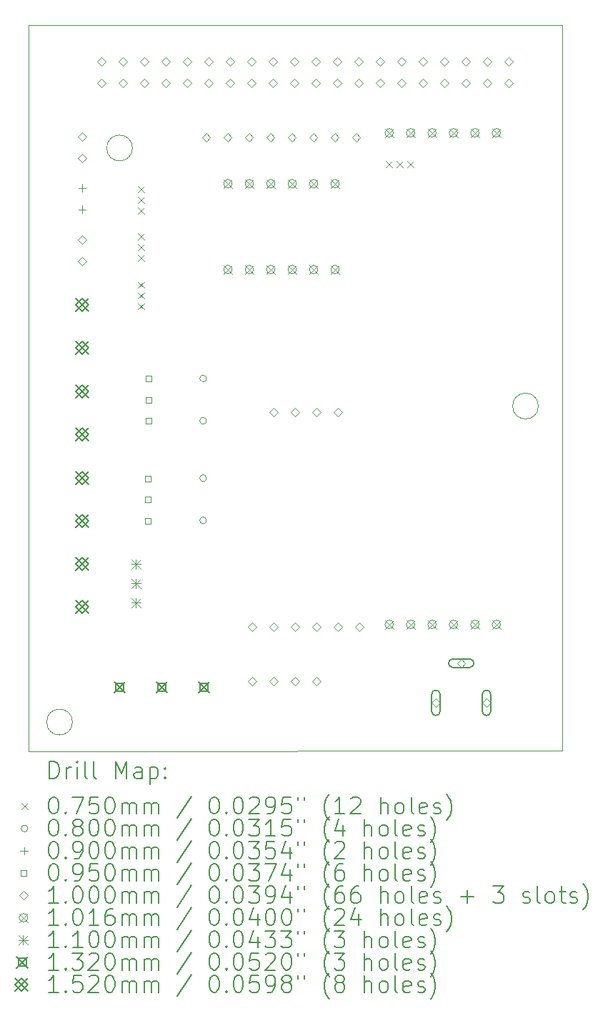
<source format=gbr>
%TF.GenerationSoftware,KiCad,Pcbnew,(6.0.9)*%
%TF.CreationDate,2022-11-30T22:11:57-05:00*%
%TF.ProjectId,Roboshot,526f626f-7368-46f7-942e-6b696361645f,rev?*%
%TF.SameCoordinates,Original*%
%TF.FileFunction,Drillmap*%
%TF.FilePolarity,Positive*%
%FSLAX45Y45*%
G04 Gerber Fmt 4.5, Leading zero omitted, Abs format (unit mm)*
G04 Created by KiCad (PCBNEW (6.0.9)) date 2022-11-30 22:11:57*
%MOMM*%
%LPD*%
G01*
G04 APERTURE LIST*
%ADD10C,0.100000*%
%ADD11C,0.200000*%
%ADD12C,0.075000*%
%ADD13C,0.080000*%
%ADD14C,0.090000*%
%ADD15C,0.095000*%
%ADD16C,0.101600*%
%ADD17C,0.110000*%
%ADD18C,0.132000*%
%ADD19C,0.152000*%
G04 APERTURE END LIST*
D10*
X7467600Y-10144760D02*
X13797280Y-10144760D01*
X7990840Y-18394680D02*
G75*
G03*
X7990840Y-18394680I-152400J0D01*
G01*
X13797280Y-18735040D02*
X7467600Y-18745200D01*
X8702040Y-11602720D02*
G75*
G03*
X8702040Y-11602720I-152400J0D01*
G01*
X7467600Y-10144760D02*
X7467600Y-18745200D01*
X13512800Y-14655800D02*
G75*
G03*
X13512800Y-14655800I-152400J0D01*
G01*
X13797280Y-10144760D02*
X13797280Y-18735040D01*
D11*
D12*
X8765760Y-12055630D02*
X8840760Y-12130630D01*
X8840760Y-12055630D02*
X8765760Y-12130630D01*
X8765760Y-12182630D02*
X8840760Y-12257630D01*
X8840760Y-12182630D02*
X8765760Y-12257630D01*
X8765760Y-12309630D02*
X8840760Y-12384630D01*
X8840760Y-12309630D02*
X8765760Y-12384630D01*
X8765760Y-12614430D02*
X8840760Y-12689430D01*
X8840760Y-12614430D02*
X8765760Y-12689430D01*
X8765760Y-12741430D02*
X8840760Y-12816430D01*
X8840760Y-12741430D02*
X8765760Y-12816430D01*
X8765760Y-12868430D02*
X8840760Y-12943430D01*
X8840760Y-12868430D02*
X8765760Y-12943430D01*
X8766200Y-13183390D02*
X8841200Y-13258390D01*
X8841200Y-13183390D02*
X8766200Y-13258390D01*
X8766200Y-13310390D02*
X8841200Y-13385390D01*
X8841200Y-13310390D02*
X8766200Y-13385390D01*
X8766200Y-13437390D02*
X8841200Y-13512390D01*
X8841200Y-13437390D02*
X8766200Y-13512390D01*
X11707460Y-11758260D02*
X11782460Y-11833260D01*
X11782460Y-11758260D02*
X11707460Y-11833260D01*
X11834460Y-11758260D02*
X11909460Y-11833260D01*
X11909460Y-11758260D02*
X11834460Y-11833260D01*
X11961460Y-11758260D02*
X12036460Y-11833260D01*
X12036460Y-11758260D02*
X11961460Y-11833260D01*
D13*
X9580240Y-14330025D02*
G75*
G03*
X9580240Y-14330025I-40000J0D01*
G01*
X9580240Y-14830025D02*
G75*
G03*
X9580240Y-14830025I-40000J0D01*
G01*
X9580240Y-15508585D02*
G75*
G03*
X9580240Y-15508585I-40000J0D01*
G01*
X9580240Y-16008585D02*
G75*
G03*
X9580240Y-16008585I-40000J0D01*
G01*
D14*
X8107680Y-12030160D02*
X8107680Y-12120160D01*
X8062680Y-12075160D02*
X8152680Y-12075160D01*
X8107680Y-12284160D02*
X8107680Y-12374160D01*
X8062680Y-12329160D02*
X8152680Y-12329160D01*
D15*
X8918508Y-15545748D02*
X8918508Y-15478572D01*
X8851332Y-15478572D01*
X8851332Y-15545748D01*
X8918508Y-15545748D01*
X8918508Y-15795748D02*
X8918508Y-15728572D01*
X8851332Y-15728572D01*
X8851332Y-15795748D01*
X8918508Y-15795748D01*
X8918508Y-16045748D02*
X8918508Y-15978572D01*
X8851332Y-15978572D01*
X8851332Y-16045748D01*
X8918508Y-16045748D01*
X8923588Y-14364268D02*
X8923588Y-14297092D01*
X8856412Y-14297092D01*
X8856412Y-14364268D01*
X8923588Y-14364268D01*
X8923588Y-14614268D02*
X8923588Y-14547092D01*
X8856412Y-14547092D01*
X8856412Y-14614268D01*
X8923588Y-14614268D01*
X8923588Y-14864268D02*
X8923588Y-14797092D01*
X8856412Y-14797092D01*
X8856412Y-14864268D01*
X8923588Y-14864268D01*
D10*
X8107680Y-11517790D02*
X8157680Y-11467790D01*
X8107680Y-11417790D01*
X8057680Y-11467790D01*
X8107680Y-11517790D01*
X8107680Y-11771790D02*
X8157680Y-11721790D01*
X8107680Y-11671790D01*
X8057680Y-11721790D01*
X8107680Y-11771790D01*
X8107680Y-12734760D02*
X8157680Y-12684760D01*
X8107680Y-12634760D01*
X8057680Y-12684760D01*
X8107680Y-12734760D01*
X8107680Y-12988760D02*
X8157680Y-12938760D01*
X8107680Y-12888760D01*
X8057680Y-12938760D01*
X8107680Y-12988760D01*
X8336280Y-10629290D02*
X8386280Y-10579290D01*
X8336280Y-10529290D01*
X8286280Y-10579290D01*
X8336280Y-10629290D01*
X8336280Y-10883290D02*
X8386280Y-10833290D01*
X8336280Y-10783290D01*
X8286280Y-10833290D01*
X8336280Y-10883290D01*
X8590280Y-10629290D02*
X8640280Y-10579290D01*
X8590280Y-10529290D01*
X8540280Y-10579290D01*
X8590280Y-10629290D01*
X8590280Y-10883290D02*
X8640280Y-10833290D01*
X8590280Y-10783290D01*
X8540280Y-10833290D01*
X8590280Y-10883290D01*
X8844280Y-10629290D02*
X8894280Y-10579290D01*
X8844280Y-10529290D01*
X8794280Y-10579290D01*
X8844280Y-10629290D01*
X8844280Y-10883290D02*
X8894280Y-10833290D01*
X8844280Y-10783290D01*
X8794280Y-10833290D01*
X8844280Y-10883290D01*
X9098280Y-10629290D02*
X9148280Y-10579290D01*
X9098280Y-10529290D01*
X9048280Y-10579290D01*
X9098280Y-10629290D01*
X9098280Y-10883290D02*
X9148280Y-10833290D01*
X9098280Y-10783290D01*
X9048280Y-10833290D01*
X9098280Y-10883290D01*
X9352280Y-10629290D02*
X9402280Y-10579290D01*
X9352280Y-10529290D01*
X9302280Y-10579290D01*
X9352280Y-10629290D01*
X9352280Y-10883290D02*
X9402280Y-10833290D01*
X9352280Y-10783290D01*
X9302280Y-10833290D01*
X9352280Y-10883290D01*
X9575800Y-11528450D02*
X9625800Y-11478450D01*
X9575800Y-11428450D01*
X9525800Y-11478450D01*
X9575800Y-11528450D01*
X9606280Y-10629290D02*
X9656280Y-10579290D01*
X9606280Y-10529290D01*
X9556280Y-10579290D01*
X9606280Y-10629290D01*
X9606280Y-10883290D02*
X9656280Y-10833290D01*
X9606280Y-10783290D01*
X9556280Y-10833290D01*
X9606280Y-10883290D01*
X9829800Y-11528450D02*
X9879800Y-11478450D01*
X9829800Y-11428450D01*
X9779800Y-11478450D01*
X9829800Y-11528450D01*
X9860280Y-10629290D02*
X9910280Y-10579290D01*
X9860280Y-10529290D01*
X9810280Y-10579290D01*
X9860280Y-10629290D01*
X9860280Y-10883290D02*
X9910280Y-10833290D01*
X9860280Y-10783290D01*
X9810280Y-10833290D01*
X9860280Y-10883290D01*
X10083800Y-11528450D02*
X10133800Y-11478450D01*
X10083800Y-11428450D01*
X10033800Y-11478450D01*
X10083800Y-11528450D01*
X10114280Y-10629290D02*
X10164280Y-10579290D01*
X10114280Y-10529290D01*
X10064280Y-10579290D01*
X10114280Y-10629290D01*
X10114280Y-10883290D02*
X10164280Y-10833290D01*
X10114280Y-10783290D01*
X10064280Y-10833290D01*
X10114280Y-10883290D01*
X10124440Y-17319650D02*
X10174440Y-17269650D01*
X10124440Y-17219650D01*
X10074440Y-17269650D01*
X10124440Y-17319650D01*
X10124440Y-17964810D02*
X10174440Y-17914810D01*
X10124440Y-17864810D01*
X10074440Y-17914810D01*
X10124440Y-17964810D01*
X10337800Y-11528450D02*
X10387800Y-11478450D01*
X10337800Y-11428450D01*
X10287800Y-11478450D01*
X10337800Y-11528450D01*
X10368280Y-10629290D02*
X10418280Y-10579290D01*
X10368280Y-10529290D01*
X10318280Y-10579290D01*
X10368280Y-10629290D01*
X10368280Y-10883290D02*
X10418280Y-10833290D01*
X10368280Y-10783290D01*
X10318280Y-10833290D01*
X10368280Y-10883290D01*
X10378440Y-14779650D02*
X10428440Y-14729650D01*
X10378440Y-14679650D01*
X10328440Y-14729650D01*
X10378440Y-14779650D01*
X10378440Y-17319650D02*
X10428440Y-17269650D01*
X10378440Y-17219650D01*
X10328440Y-17269650D01*
X10378440Y-17319650D01*
X10378440Y-17964810D02*
X10428440Y-17914810D01*
X10378440Y-17864810D01*
X10328440Y-17914810D01*
X10378440Y-17964810D01*
X10591800Y-11528450D02*
X10641800Y-11478450D01*
X10591800Y-11428450D01*
X10541800Y-11478450D01*
X10591800Y-11528450D01*
X10622280Y-10629290D02*
X10672280Y-10579290D01*
X10622280Y-10529290D01*
X10572280Y-10579290D01*
X10622280Y-10629290D01*
X10622280Y-10883290D02*
X10672280Y-10833290D01*
X10622280Y-10783290D01*
X10572280Y-10833290D01*
X10622280Y-10883290D01*
X10632440Y-14779650D02*
X10682440Y-14729650D01*
X10632440Y-14679650D01*
X10582440Y-14729650D01*
X10632440Y-14779650D01*
X10632440Y-17319650D02*
X10682440Y-17269650D01*
X10632440Y-17219650D01*
X10582440Y-17269650D01*
X10632440Y-17319650D01*
X10632440Y-17964810D02*
X10682440Y-17914810D01*
X10632440Y-17864810D01*
X10582440Y-17914810D01*
X10632440Y-17964810D01*
X10845800Y-11528450D02*
X10895800Y-11478450D01*
X10845800Y-11428450D01*
X10795800Y-11478450D01*
X10845800Y-11528450D01*
X10876280Y-10629290D02*
X10926280Y-10579290D01*
X10876280Y-10529290D01*
X10826280Y-10579290D01*
X10876280Y-10629290D01*
X10876280Y-10883290D02*
X10926280Y-10833290D01*
X10876280Y-10783290D01*
X10826280Y-10833290D01*
X10876280Y-10883290D01*
X10886440Y-14779650D02*
X10936440Y-14729650D01*
X10886440Y-14679650D01*
X10836440Y-14729650D01*
X10886440Y-14779650D01*
X10886440Y-17319650D02*
X10936440Y-17269650D01*
X10886440Y-17219650D01*
X10836440Y-17269650D01*
X10886440Y-17319650D01*
X10886440Y-17964810D02*
X10936440Y-17914810D01*
X10886440Y-17864810D01*
X10836440Y-17914810D01*
X10886440Y-17964810D01*
X11099800Y-11528450D02*
X11149800Y-11478450D01*
X11099800Y-11428450D01*
X11049800Y-11478450D01*
X11099800Y-11528450D01*
X11130280Y-10629290D02*
X11180280Y-10579290D01*
X11130280Y-10529290D01*
X11080280Y-10579290D01*
X11130280Y-10629290D01*
X11130280Y-10883290D02*
X11180280Y-10833290D01*
X11130280Y-10783290D01*
X11080280Y-10833290D01*
X11130280Y-10883290D01*
X11140440Y-14779650D02*
X11190440Y-14729650D01*
X11140440Y-14679650D01*
X11090440Y-14729650D01*
X11140440Y-14779650D01*
X11140440Y-17319650D02*
X11190440Y-17269650D01*
X11140440Y-17219650D01*
X11090440Y-17269650D01*
X11140440Y-17319650D01*
X11353800Y-11528450D02*
X11403800Y-11478450D01*
X11353800Y-11428450D01*
X11303800Y-11478450D01*
X11353800Y-11528450D01*
X11384280Y-10629290D02*
X11434280Y-10579290D01*
X11384280Y-10529290D01*
X11334280Y-10579290D01*
X11384280Y-10629290D01*
X11384280Y-10883290D02*
X11434280Y-10833290D01*
X11384280Y-10783290D01*
X11334280Y-10833290D01*
X11384280Y-10883290D01*
X11394440Y-17319650D02*
X11444440Y-17269650D01*
X11394440Y-17219650D01*
X11344440Y-17269650D01*
X11394440Y-17319650D01*
X11638280Y-10629290D02*
X11688280Y-10579290D01*
X11638280Y-10529290D01*
X11588280Y-10579290D01*
X11638280Y-10629290D01*
X11638280Y-10883290D02*
X11688280Y-10833290D01*
X11638280Y-10783290D01*
X11588280Y-10833290D01*
X11638280Y-10883290D01*
X11892280Y-10629290D02*
X11942280Y-10579290D01*
X11892280Y-10529290D01*
X11842280Y-10579290D01*
X11892280Y-10629290D01*
X11892280Y-10883290D02*
X11942280Y-10833290D01*
X11892280Y-10783290D01*
X11842280Y-10833290D01*
X11892280Y-10883290D01*
X12146280Y-10629290D02*
X12196280Y-10579290D01*
X12146280Y-10529290D01*
X12096280Y-10579290D01*
X12146280Y-10629290D01*
X12146280Y-10883290D02*
X12196280Y-10833290D01*
X12146280Y-10783290D01*
X12096280Y-10833290D01*
X12146280Y-10883290D01*
X12298120Y-18218040D02*
X12348120Y-18168040D01*
X12298120Y-18118040D01*
X12248120Y-18168040D01*
X12298120Y-18218040D01*
D11*
X12348120Y-18268040D02*
X12348120Y-18068040D01*
X12248120Y-18268040D02*
X12248120Y-18068040D01*
X12348120Y-18068040D02*
G75*
G03*
X12248120Y-18068040I-50000J0D01*
G01*
X12248120Y-18268040D02*
G75*
G03*
X12348120Y-18268040I50000J0D01*
G01*
D10*
X12400280Y-10629290D02*
X12450280Y-10579290D01*
X12400280Y-10529290D01*
X12350280Y-10579290D01*
X12400280Y-10629290D01*
X12400280Y-10883290D02*
X12450280Y-10833290D01*
X12400280Y-10783290D01*
X12350280Y-10833290D01*
X12400280Y-10883290D01*
X12598120Y-17748040D02*
X12648120Y-17698040D01*
X12598120Y-17648040D01*
X12548120Y-17698040D01*
X12598120Y-17748040D01*
D11*
X12698120Y-17648040D02*
X12498120Y-17648040D01*
X12698120Y-17748040D02*
X12498120Y-17748040D01*
X12498120Y-17648040D02*
G75*
G03*
X12498120Y-17748040I0J-50000D01*
G01*
X12698120Y-17748040D02*
G75*
G03*
X12698120Y-17648040I0J50000D01*
G01*
D10*
X12654280Y-10629290D02*
X12704280Y-10579290D01*
X12654280Y-10529290D01*
X12604280Y-10579290D01*
X12654280Y-10629290D01*
X12654280Y-10883290D02*
X12704280Y-10833290D01*
X12654280Y-10783290D01*
X12604280Y-10833290D01*
X12654280Y-10883290D01*
X12898120Y-18218040D02*
X12948120Y-18168040D01*
X12898120Y-18118040D01*
X12848120Y-18168040D01*
X12898120Y-18218040D01*
D11*
X12948120Y-18268040D02*
X12948120Y-18068040D01*
X12848120Y-18268040D02*
X12848120Y-18068040D01*
X12948120Y-18068040D02*
G75*
G03*
X12848120Y-18068040I-50000J0D01*
G01*
X12848120Y-18268040D02*
G75*
G03*
X12948120Y-18268040I50000J0D01*
G01*
D10*
X12908280Y-10629290D02*
X12958280Y-10579290D01*
X12908280Y-10529290D01*
X12858280Y-10579290D01*
X12908280Y-10629290D01*
X12908280Y-10883290D02*
X12958280Y-10833290D01*
X12908280Y-10783290D01*
X12858280Y-10833290D01*
X12908280Y-10883290D01*
X13162280Y-10629290D02*
X13212280Y-10579290D01*
X13162280Y-10529290D01*
X13112280Y-10579290D01*
X13162280Y-10629290D01*
X13162280Y-10883290D02*
X13212280Y-10833290D01*
X13162280Y-10783290D01*
X13112280Y-10833290D01*
X13162280Y-10883290D01*
D16*
X9782810Y-11974480D02*
X9884410Y-12076080D01*
X9884410Y-11974480D02*
X9782810Y-12076080D01*
X9884410Y-12025280D02*
G75*
G03*
X9884410Y-12025280I-50800J0D01*
G01*
X9782810Y-12990480D02*
X9884410Y-13092080D01*
X9884410Y-12990480D02*
X9782810Y-13092080D01*
X9884410Y-13041280D02*
G75*
G03*
X9884410Y-13041280I-50800J0D01*
G01*
X10036810Y-11974480D02*
X10138410Y-12076080D01*
X10138410Y-11974480D02*
X10036810Y-12076080D01*
X10138410Y-12025280D02*
G75*
G03*
X10138410Y-12025280I-50800J0D01*
G01*
X10036810Y-12990480D02*
X10138410Y-13092080D01*
X10138410Y-12990480D02*
X10036810Y-13092080D01*
X10138410Y-13041280D02*
G75*
G03*
X10138410Y-13041280I-50800J0D01*
G01*
X10290810Y-11974480D02*
X10392410Y-12076080D01*
X10392410Y-11974480D02*
X10290810Y-12076080D01*
X10392410Y-12025280D02*
G75*
G03*
X10392410Y-12025280I-50800J0D01*
G01*
X10290810Y-12990480D02*
X10392410Y-13092080D01*
X10392410Y-12990480D02*
X10290810Y-13092080D01*
X10392410Y-13041280D02*
G75*
G03*
X10392410Y-13041280I-50800J0D01*
G01*
X10544810Y-11974480D02*
X10646410Y-12076080D01*
X10646410Y-11974480D02*
X10544810Y-12076080D01*
X10646410Y-12025280D02*
G75*
G03*
X10646410Y-12025280I-50800J0D01*
G01*
X10544810Y-12990480D02*
X10646410Y-13092080D01*
X10646410Y-12990480D02*
X10544810Y-13092080D01*
X10646410Y-13041280D02*
G75*
G03*
X10646410Y-13041280I-50800J0D01*
G01*
X10798810Y-11974480D02*
X10900410Y-12076080D01*
X10900410Y-11974480D02*
X10798810Y-12076080D01*
X10900410Y-12025280D02*
G75*
G03*
X10900410Y-12025280I-50800J0D01*
G01*
X10798810Y-12990480D02*
X10900410Y-13092080D01*
X10900410Y-12990480D02*
X10798810Y-13092080D01*
X10900410Y-13041280D02*
G75*
G03*
X10900410Y-13041280I-50800J0D01*
G01*
X11052810Y-11974480D02*
X11154410Y-12076080D01*
X11154410Y-11974480D02*
X11052810Y-12076080D01*
X11154410Y-12025280D02*
G75*
G03*
X11154410Y-12025280I-50800J0D01*
G01*
X11052810Y-12990480D02*
X11154410Y-13092080D01*
X11154410Y-12990480D02*
X11052810Y-13092080D01*
X11154410Y-13041280D02*
G75*
G03*
X11154410Y-13041280I-50800J0D01*
G01*
X11694160Y-11371770D02*
X11795760Y-11473370D01*
X11795760Y-11371770D02*
X11694160Y-11473370D01*
X11795760Y-11422570D02*
G75*
G03*
X11795760Y-11422570I-50800J0D01*
G01*
X11694160Y-17188370D02*
X11795760Y-17289970D01*
X11795760Y-17188370D02*
X11694160Y-17289970D01*
X11795760Y-17239170D02*
G75*
G03*
X11795760Y-17239170I-50800J0D01*
G01*
X11948160Y-11371770D02*
X12049760Y-11473370D01*
X12049760Y-11371770D02*
X11948160Y-11473370D01*
X12049760Y-11422570D02*
G75*
G03*
X12049760Y-11422570I-50800J0D01*
G01*
X11948160Y-17188370D02*
X12049760Y-17289970D01*
X12049760Y-17188370D02*
X11948160Y-17289970D01*
X12049760Y-17239170D02*
G75*
G03*
X12049760Y-17239170I-50800J0D01*
G01*
X12202160Y-11371770D02*
X12303760Y-11473370D01*
X12303760Y-11371770D02*
X12202160Y-11473370D01*
X12303760Y-11422570D02*
G75*
G03*
X12303760Y-11422570I-50800J0D01*
G01*
X12202160Y-17188370D02*
X12303760Y-17289970D01*
X12303760Y-17188370D02*
X12202160Y-17289970D01*
X12303760Y-17239170D02*
G75*
G03*
X12303760Y-17239170I-50800J0D01*
G01*
X12456160Y-11371770D02*
X12557760Y-11473370D01*
X12557760Y-11371770D02*
X12456160Y-11473370D01*
X12557760Y-11422570D02*
G75*
G03*
X12557760Y-11422570I-50800J0D01*
G01*
X12456160Y-17188370D02*
X12557760Y-17289970D01*
X12557760Y-17188370D02*
X12456160Y-17289970D01*
X12557760Y-17239170D02*
G75*
G03*
X12557760Y-17239170I-50800J0D01*
G01*
X12710160Y-11371770D02*
X12811760Y-11473370D01*
X12811760Y-11371770D02*
X12710160Y-11473370D01*
X12811760Y-11422570D02*
G75*
G03*
X12811760Y-11422570I-50800J0D01*
G01*
X12710160Y-17188370D02*
X12811760Y-17289970D01*
X12811760Y-17188370D02*
X12710160Y-17289970D01*
X12811760Y-17239170D02*
G75*
G03*
X12811760Y-17239170I-50800J0D01*
G01*
X12964160Y-11371770D02*
X13065760Y-11473370D01*
X13065760Y-11371770D02*
X12964160Y-11473370D01*
X13065760Y-11422570D02*
G75*
G03*
X13065760Y-11422570I-50800J0D01*
G01*
X12964160Y-17188370D02*
X13065760Y-17289970D01*
X13065760Y-17188370D02*
X12964160Y-17289970D01*
X13065760Y-17239170D02*
G75*
G03*
X13065760Y-17239170I-50800J0D01*
G01*
D17*
X8687560Y-16469770D02*
X8797560Y-16579770D01*
X8797560Y-16469770D02*
X8687560Y-16579770D01*
X8742560Y-16469770D02*
X8742560Y-16579770D01*
X8687560Y-16524770D02*
X8797560Y-16524770D01*
X8687560Y-16698370D02*
X8797560Y-16808370D01*
X8797560Y-16698370D02*
X8687560Y-16808370D01*
X8742560Y-16698370D02*
X8742560Y-16808370D01*
X8687560Y-16753370D02*
X8797560Y-16753370D01*
X8687560Y-16926970D02*
X8797560Y-17036970D01*
X8797560Y-16926970D02*
X8687560Y-17036970D01*
X8742560Y-16926970D02*
X8742560Y-17036970D01*
X8687560Y-16981970D02*
X8797560Y-16981970D01*
D18*
X8483640Y-17917200D02*
X8615640Y-18049200D01*
X8615640Y-17917200D02*
X8483640Y-18049200D01*
X8596310Y-18029870D02*
X8596310Y-17936531D01*
X8502971Y-17936531D01*
X8502971Y-18029870D01*
X8596310Y-18029870D01*
X8983640Y-17917200D02*
X9115640Y-18049200D01*
X9115640Y-17917200D02*
X8983640Y-18049200D01*
X9096310Y-18029870D02*
X9096310Y-17936531D01*
X9002971Y-17936531D01*
X9002971Y-18029870D01*
X9096310Y-18029870D01*
X9483640Y-17917200D02*
X9615640Y-18049200D01*
X9615640Y-17917200D02*
X9483640Y-18049200D01*
X9596310Y-18029870D02*
X9596310Y-17936531D01*
X9502971Y-17936531D01*
X9502971Y-18029870D01*
X9596310Y-18029870D01*
D19*
X8031680Y-13386000D02*
X8183680Y-13538000D01*
X8183680Y-13386000D02*
X8031680Y-13538000D01*
X8107680Y-13538000D02*
X8183680Y-13462000D01*
X8107680Y-13386000D01*
X8031680Y-13462000D01*
X8107680Y-13538000D01*
X8031680Y-13894000D02*
X8183680Y-14046000D01*
X8183680Y-13894000D02*
X8031680Y-14046000D01*
X8107680Y-14046000D02*
X8183680Y-13970000D01*
X8107680Y-13894000D01*
X8031680Y-13970000D01*
X8107680Y-14046000D01*
X8031680Y-14407080D02*
X8183680Y-14559080D01*
X8183680Y-14407080D02*
X8031680Y-14559080D01*
X8107680Y-14559080D02*
X8183680Y-14483080D01*
X8107680Y-14407080D01*
X8031680Y-14483080D01*
X8107680Y-14559080D01*
X8031680Y-14915080D02*
X8183680Y-15067080D01*
X8183680Y-14915080D02*
X8031680Y-15067080D01*
X8107680Y-15067080D02*
X8183680Y-14991080D01*
X8107680Y-14915080D01*
X8031680Y-14991080D01*
X8107680Y-15067080D01*
X8031680Y-15428160D02*
X8183680Y-15580160D01*
X8183680Y-15428160D02*
X8031680Y-15580160D01*
X8107680Y-15580160D02*
X8183680Y-15504160D01*
X8107680Y-15428160D01*
X8031680Y-15504160D01*
X8107680Y-15580160D01*
X8031680Y-15936160D02*
X8183680Y-16088160D01*
X8183680Y-15936160D02*
X8031680Y-16088160D01*
X8107680Y-16088160D02*
X8183680Y-16012160D01*
X8107680Y-15936160D01*
X8031680Y-16012160D01*
X8107680Y-16088160D01*
X8031680Y-16446890D02*
X8183680Y-16598890D01*
X8183680Y-16446890D02*
X8031680Y-16598890D01*
X8107680Y-16598890D02*
X8183680Y-16522890D01*
X8107680Y-16446890D01*
X8031680Y-16522890D01*
X8107680Y-16598890D01*
X8031680Y-16954890D02*
X8183680Y-17106890D01*
X8183680Y-16954890D02*
X8031680Y-17106890D01*
X8107680Y-17106890D02*
X8183680Y-17030890D01*
X8107680Y-16954890D01*
X8031680Y-17030890D01*
X8107680Y-17106890D01*
D11*
X7720219Y-19060676D02*
X7720219Y-18860676D01*
X7767838Y-18860676D01*
X7796409Y-18870200D01*
X7815457Y-18889248D01*
X7824981Y-18908295D01*
X7834505Y-18946390D01*
X7834505Y-18974962D01*
X7824981Y-19013057D01*
X7815457Y-19032105D01*
X7796409Y-19051152D01*
X7767838Y-19060676D01*
X7720219Y-19060676D01*
X7920219Y-19060676D02*
X7920219Y-18927343D01*
X7920219Y-18965438D02*
X7929743Y-18946390D01*
X7939267Y-18936867D01*
X7958314Y-18927343D01*
X7977362Y-18927343D01*
X8044028Y-19060676D02*
X8044028Y-18927343D01*
X8044028Y-18860676D02*
X8034505Y-18870200D01*
X8044028Y-18879724D01*
X8053552Y-18870200D01*
X8044028Y-18860676D01*
X8044028Y-18879724D01*
X8167838Y-19060676D02*
X8148790Y-19051152D01*
X8139267Y-19032105D01*
X8139267Y-18860676D01*
X8272600Y-19060676D02*
X8253552Y-19051152D01*
X8244028Y-19032105D01*
X8244028Y-18860676D01*
X8501171Y-19060676D02*
X8501171Y-18860676D01*
X8567838Y-19003533D01*
X8634505Y-18860676D01*
X8634505Y-19060676D01*
X8815457Y-19060676D02*
X8815457Y-18955914D01*
X8805933Y-18936867D01*
X8786886Y-18927343D01*
X8748790Y-18927343D01*
X8729743Y-18936867D01*
X8815457Y-19051152D02*
X8796410Y-19060676D01*
X8748790Y-19060676D01*
X8729743Y-19051152D01*
X8720219Y-19032105D01*
X8720219Y-19013057D01*
X8729743Y-18994010D01*
X8748790Y-18984486D01*
X8796410Y-18984486D01*
X8815457Y-18974962D01*
X8910695Y-18927343D02*
X8910695Y-19127343D01*
X8910695Y-18936867D02*
X8929743Y-18927343D01*
X8967838Y-18927343D01*
X8986886Y-18936867D01*
X8996410Y-18946390D01*
X9005933Y-18965438D01*
X9005933Y-19022581D01*
X8996410Y-19041629D01*
X8986886Y-19051152D01*
X8967838Y-19060676D01*
X8929743Y-19060676D01*
X8910695Y-19051152D01*
X9091648Y-19041629D02*
X9101171Y-19051152D01*
X9091648Y-19060676D01*
X9082124Y-19051152D01*
X9091648Y-19041629D01*
X9091648Y-19060676D01*
X9091648Y-18936867D02*
X9101171Y-18946390D01*
X9091648Y-18955914D01*
X9082124Y-18946390D01*
X9091648Y-18936867D01*
X9091648Y-18955914D01*
D12*
X7387600Y-19352700D02*
X7462600Y-19427700D01*
X7462600Y-19352700D02*
X7387600Y-19427700D01*
D11*
X7758314Y-19280676D02*
X7777362Y-19280676D01*
X7796409Y-19290200D01*
X7805933Y-19299724D01*
X7815457Y-19318771D01*
X7824981Y-19356867D01*
X7824981Y-19404486D01*
X7815457Y-19442581D01*
X7805933Y-19461629D01*
X7796409Y-19471152D01*
X7777362Y-19480676D01*
X7758314Y-19480676D01*
X7739267Y-19471152D01*
X7729743Y-19461629D01*
X7720219Y-19442581D01*
X7710695Y-19404486D01*
X7710695Y-19356867D01*
X7720219Y-19318771D01*
X7729743Y-19299724D01*
X7739267Y-19290200D01*
X7758314Y-19280676D01*
X7910695Y-19461629D02*
X7920219Y-19471152D01*
X7910695Y-19480676D01*
X7901171Y-19471152D01*
X7910695Y-19461629D01*
X7910695Y-19480676D01*
X7986886Y-19280676D02*
X8120219Y-19280676D01*
X8034505Y-19480676D01*
X8291648Y-19280676D02*
X8196409Y-19280676D01*
X8186886Y-19375914D01*
X8196409Y-19366390D01*
X8215457Y-19356867D01*
X8263076Y-19356867D01*
X8282124Y-19366390D01*
X8291648Y-19375914D01*
X8301171Y-19394962D01*
X8301171Y-19442581D01*
X8291648Y-19461629D01*
X8282124Y-19471152D01*
X8263076Y-19480676D01*
X8215457Y-19480676D01*
X8196409Y-19471152D01*
X8186886Y-19461629D01*
X8424981Y-19280676D02*
X8444029Y-19280676D01*
X8463076Y-19290200D01*
X8472600Y-19299724D01*
X8482124Y-19318771D01*
X8491648Y-19356867D01*
X8491648Y-19404486D01*
X8482124Y-19442581D01*
X8472600Y-19461629D01*
X8463076Y-19471152D01*
X8444029Y-19480676D01*
X8424981Y-19480676D01*
X8405933Y-19471152D01*
X8396410Y-19461629D01*
X8386886Y-19442581D01*
X8377362Y-19404486D01*
X8377362Y-19356867D01*
X8386886Y-19318771D01*
X8396410Y-19299724D01*
X8405933Y-19290200D01*
X8424981Y-19280676D01*
X8577362Y-19480676D02*
X8577362Y-19347343D01*
X8577362Y-19366390D02*
X8586886Y-19356867D01*
X8605933Y-19347343D01*
X8634505Y-19347343D01*
X8653552Y-19356867D01*
X8663076Y-19375914D01*
X8663076Y-19480676D01*
X8663076Y-19375914D02*
X8672600Y-19356867D01*
X8691648Y-19347343D01*
X8720219Y-19347343D01*
X8739267Y-19356867D01*
X8748790Y-19375914D01*
X8748790Y-19480676D01*
X8844029Y-19480676D02*
X8844029Y-19347343D01*
X8844029Y-19366390D02*
X8853552Y-19356867D01*
X8872600Y-19347343D01*
X8901171Y-19347343D01*
X8920219Y-19356867D01*
X8929743Y-19375914D01*
X8929743Y-19480676D01*
X8929743Y-19375914D02*
X8939267Y-19356867D01*
X8958314Y-19347343D01*
X8986886Y-19347343D01*
X9005933Y-19356867D01*
X9015457Y-19375914D01*
X9015457Y-19480676D01*
X9405933Y-19271152D02*
X9234505Y-19528295D01*
X9663076Y-19280676D02*
X9682124Y-19280676D01*
X9701171Y-19290200D01*
X9710695Y-19299724D01*
X9720219Y-19318771D01*
X9729743Y-19356867D01*
X9729743Y-19404486D01*
X9720219Y-19442581D01*
X9710695Y-19461629D01*
X9701171Y-19471152D01*
X9682124Y-19480676D01*
X9663076Y-19480676D01*
X9644029Y-19471152D01*
X9634505Y-19461629D01*
X9624981Y-19442581D01*
X9615457Y-19404486D01*
X9615457Y-19356867D01*
X9624981Y-19318771D01*
X9634505Y-19299724D01*
X9644029Y-19290200D01*
X9663076Y-19280676D01*
X9815457Y-19461629D02*
X9824981Y-19471152D01*
X9815457Y-19480676D01*
X9805933Y-19471152D01*
X9815457Y-19461629D01*
X9815457Y-19480676D01*
X9948790Y-19280676D02*
X9967838Y-19280676D01*
X9986886Y-19290200D01*
X9996410Y-19299724D01*
X10005933Y-19318771D01*
X10015457Y-19356867D01*
X10015457Y-19404486D01*
X10005933Y-19442581D01*
X9996410Y-19461629D01*
X9986886Y-19471152D01*
X9967838Y-19480676D01*
X9948790Y-19480676D01*
X9929743Y-19471152D01*
X9920219Y-19461629D01*
X9910695Y-19442581D01*
X9901171Y-19404486D01*
X9901171Y-19356867D01*
X9910695Y-19318771D01*
X9920219Y-19299724D01*
X9929743Y-19290200D01*
X9948790Y-19280676D01*
X10091648Y-19299724D02*
X10101171Y-19290200D01*
X10120219Y-19280676D01*
X10167838Y-19280676D01*
X10186886Y-19290200D01*
X10196410Y-19299724D01*
X10205933Y-19318771D01*
X10205933Y-19337819D01*
X10196410Y-19366390D01*
X10082124Y-19480676D01*
X10205933Y-19480676D01*
X10301171Y-19480676D02*
X10339267Y-19480676D01*
X10358314Y-19471152D01*
X10367838Y-19461629D01*
X10386886Y-19433057D01*
X10396410Y-19394962D01*
X10396410Y-19318771D01*
X10386886Y-19299724D01*
X10377362Y-19290200D01*
X10358314Y-19280676D01*
X10320219Y-19280676D01*
X10301171Y-19290200D01*
X10291648Y-19299724D01*
X10282124Y-19318771D01*
X10282124Y-19366390D01*
X10291648Y-19385438D01*
X10301171Y-19394962D01*
X10320219Y-19404486D01*
X10358314Y-19404486D01*
X10377362Y-19394962D01*
X10386886Y-19385438D01*
X10396410Y-19366390D01*
X10577362Y-19280676D02*
X10482124Y-19280676D01*
X10472600Y-19375914D01*
X10482124Y-19366390D01*
X10501171Y-19356867D01*
X10548790Y-19356867D01*
X10567838Y-19366390D01*
X10577362Y-19375914D01*
X10586886Y-19394962D01*
X10586886Y-19442581D01*
X10577362Y-19461629D01*
X10567838Y-19471152D01*
X10548790Y-19480676D01*
X10501171Y-19480676D01*
X10482124Y-19471152D01*
X10472600Y-19461629D01*
X10663076Y-19280676D02*
X10663076Y-19318771D01*
X10739267Y-19280676D02*
X10739267Y-19318771D01*
X11034505Y-19556867D02*
X11024981Y-19547343D01*
X11005933Y-19518771D01*
X10996410Y-19499724D01*
X10986886Y-19471152D01*
X10977362Y-19423533D01*
X10977362Y-19385438D01*
X10986886Y-19337819D01*
X10996410Y-19309248D01*
X11005933Y-19290200D01*
X11024981Y-19261629D01*
X11034505Y-19252105D01*
X11215457Y-19480676D02*
X11101171Y-19480676D01*
X11158314Y-19480676D02*
X11158314Y-19280676D01*
X11139267Y-19309248D01*
X11120219Y-19328295D01*
X11101171Y-19337819D01*
X11291648Y-19299724D02*
X11301171Y-19290200D01*
X11320219Y-19280676D01*
X11367838Y-19280676D01*
X11386886Y-19290200D01*
X11396409Y-19299724D01*
X11405933Y-19318771D01*
X11405933Y-19337819D01*
X11396409Y-19366390D01*
X11282124Y-19480676D01*
X11405933Y-19480676D01*
X11644028Y-19480676D02*
X11644028Y-19280676D01*
X11729743Y-19480676D02*
X11729743Y-19375914D01*
X11720219Y-19356867D01*
X11701171Y-19347343D01*
X11672600Y-19347343D01*
X11653552Y-19356867D01*
X11644028Y-19366390D01*
X11853552Y-19480676D02*
X11834505Y-19471152D01*
X11824981Y-19461629D01*
X11815457Y-19442581D01*
X11815457Y-19385438D01*
X11824981Y-19366390D01*
X11834505Y-19356867D01*
X11853552Y-19347343D01*
X11882124Y-19347343D01*
X11901171Y-19356867D01*
X11910695Y-19366390D01*
X11920219Y-19385438D01*
X11920219Y-19442581D01*
X11910695Y-19461629D01*
X11901171Y-19471152D01*
X11882124Y-19480676D01*
X11853552Y-19480676D01*
X12034505Y-19480676D02*
X12015457Y-19471152D01*
X12005933Y-19452105D01*
X12005933Y-19280676D01*
X12186886Y-19471152D02*
X12167838Y-19480676D01*
X12129743Y-19480676D01*
X12110695Y-19471152D01*
X12101171Y-19452105D01*
X12101171Y-19375914D01*
X12110695Y-19356867D01*
X12129743Y-19347343D01*
X12167838Y-19347343D01*
X12186886Y-19356867D01*
X12196409Y-19375914D01*
X12196409Y-19394962D01*
X12101171Y-19414010D01*
X12272600Y-19471152D02*
X12291648Y-19480676D01*
X12329743Y-19480676D01*
X12348790Y-19471152D01*
X12358314Y-19452105D01*
X12358314Y-19442581D01*
X12348790Y-19423533D01*
X12329743Y-19414010D01*
X12301171Y-19414010D01*
X12282124Y-19404486D01*
X12272600Y-19385438D01*
X12272600Y-19375914D01*
X12282124Y-19356867D01*
X12301171Y-19347343D01*
X12329743Y-19347343D01*
X12348790Y-19356867D01*
X12424981Y-19556867D02*
X12434505Y-19547343D01*
X12453552Y-19518771D01*
X12463076Y-19499724D01*
X12472600Y-19471152D01*
X12482124Y-19423533D01*
X12482124Y-19385438D01*
X12472600Y-19337819D01*
X12463076Y-19309248D01*
X12453552Y-19290200D01*
X12434505Y-19261629D01*
X12424981Y-19252105D01*
D13*
X7462600Y-19654200D02*
G75*
G03*
X7462600Y-19654200I-40000J0D01*
G01*
D11*
X7758314Y-19544676D02*
X7777362Y-19544676D01*
X7796409Y-19554200D01*
X7805933Y-19563724D01*
X7815457Y-19582771D01*
X7824981Y-19620867D01*
X7824981Y-19668486D01*
X7815457Y-19706581D01*
X7805933Y-19725629D01*
X7796409Y-19735152D01*
X7777362Y-19744676D01*
X7758314Y-19744676D01*
X7739267Y-19735152D01*
X7729743Y-19725629D01*
X7720219Y-19706581D01*
X7710695Y-19668486D01*
X7710695Y-19620867D01*
X7720219Y-19582771D01*
X7729743Y-19563724D01*
X7739267Y-19554200D01*
X7758314Y-19544676D01*
X7910695Y-19725629D02*
X7920219Y-19735152D01*
X7910695Y-19744676D01*
X7901171Y-19735152D01*
X7910695Y-19725629D01*
X7910695Y-19744676D01*
X8034505Y-19630390D02*
X8015457Y-19620867D01*
X8005933Y-19611343D01*
X7996409Y-19592295D01*
X7996409Y-19582771D01*
X8005933Y-19563724D01*
X8015457Y-19554200D01*
X8034505Y-19544676D01*
X8072600Y-19544676D01*
X8091648Y-19554200D01*
X8101171Y-19563724D01*
X8110695Y-19582771D01*
X8110695Y-19592295D01*
X8101171Y-19611343D01*
X8091648Y-19620867D01*
X8072600Y-19630390D01*
X8034505Y-19630390D01*
X8015457Y-19639914D01*
X8005933Y-19649438D01*
X7996409Y-19668486D01*
X7996409Y-19706581D01*
X8005933Y-19725629D01*
X8015457Y-19735152D01*
X8034505Y-19744676D01*
X8072600Y-19744676D01*
X8091648Y-19735152D01*
X8101171Y-19725629D01*
X8110695Y-19706581D01*
X8110695Y-19668486D01*
X8101171Y-19649438D01*
X8091648Y-19639914D01*
X8072600Y-19630390D01*
X8234505Y-19544676D02*
X8253552Y-19544676D01*
X8272600Y-19554200D01*
X8282124Y-19563724D01*
X8291648Y-19582771D01*
X8301171Y-19620867D01*
X8301171Y-19668486D01*
X8291648Y-19706581D01*
X8282124Y-19725629D01*
X8272600Y-19735152D01*
X8253552Y-19744676D01*
X8234505Y-19744676D01*
X8215457Y-19735152D01*
X8205933Y-19725629D01*
X8196409Y-19706581D01*
X8186886Y-19668486D01*
X8186886Y-19620867D01*
X8196409Y-19582771D01*
X8205933Y-19563724D01*
X8215457Y-19554200D01*
X8234505Y-19544676D01*
X8424981Y-19544676D02*
X8444029Y-19544676D01*
X8463076Y-19554200D01*
X8472600Y-19563724D01*
X8482124Y-19582771D01*
X8491648Y-19620867D01*
X8491648Y-19668486D01*
X8482124Y-19706581D01*
X8472600Y-19725629D01*
X8463076Y-19735152D01*
X8444029Y-19744676D01*
X8424981Y-19744676D01*
X8405933Y-19735152D01*
X8396410Y-19725629D01*
X8386886Y-19706581D01*
X8377362Y-19668486D01*
X8377362Y-19620867D01*
X8386886Y-19582771D01*
X8396410Y-19563724D01*
X8405933Y-19554200D01*
X8424981Y-19544676D01*
X8577362Y-19744676D02*
X8577362Y-19611343D01*
X8577362Y-19630390D02*
X8586886Y-19620867D01*
X8605933Y-19611343D01*
X8634505Y-19611343D01*
X8653552Y-19620867D01*
X8663076Y-19639914D01*
X8663076Y-19744676D01*
X8663076Y-19639914D02*
X8672600Y-19620867D01*
X8691648Y-19611343D01*
X8720219Y-19611343D01*
X8739267Y-19620867D01*
X8748790Y-19639914D01*
X8748790Y-19744676D01*
X8844029Y-19744676D02*
X8844029Y-19611343D01*
X8844029Y-19630390D02*
X8853552Y-19620867D01*
X8872600Y-19611343D01*
X8901171Y-19611343D01*
X8920219Y-19620867D01*
X8929743Y-19639914D01*
X8929743Y-19744676D01*
X8929743Y-19639914D02*
X8939267Y-19620867D01*
X8958314Y-19611343D01*
X8986886Y-19611343D01*
X9005933Y-19620867D01*
X9015457Y-19639914D01*
X9015457Y-19744676D01*
X9405933Y-19535152D02*
X9234505Y-19792295D01*
X9663076Y-19544676D02*
X9682124Y-19544676D01*
X9701171Y-19554200D01*
X9710695Y-19563724D01*
X9720219Y-19582771D01*
X9729743Y-19620867D01*
X9729743Y-19668486D01*
X9720219Y-19706581D01*
X9710695Y-19725629D01*
X9701171Y-19735152D01*
X9682124Y-19744676D01*
X9663076Y-19744676D01*
X9644029Y-19735152D01*
X9634505Y-19725629D01*
X9624981Y-19706581D01*
X9615457Y-19668486D01*
X9615457Y-19620867D01*
X9624981Y-19582771D01*
X9634505Y-19563724D01*
X9644029Y-19554200D01*
X9663076Y-19544676D01*
X9815457Y-19725629D02*
X9824981Y-19735152D01*
X9815457Y-19744676D01*
X9805933Y-19735152D01*
X9815457Y-19725629D01*
X9815457Y-19744676D01*
X9948790Y-19544676D02*
X9967838Y-19544676D01*
X9986886Y-19554200D01*
X9996410Y-19563724D01*
X10005933Y-19582771D01*
X10015457Y-19620867D01*
X10015457Y-19668486D01*
X10005933Y-19706581D01*
X9996410Y-19725629D01*
X9986886Y-19735152D01*
X9967838Y-19744676D01*
X9948790Y-19744676D01*
X9929743Y-19735152D01*
X9920219Y-19725629D01*
X9910695Y-19706581D01*
X9901171Y-19668486D01*
X9901171Y-19620867D01*
X9910695Y-19582771D01*
X9920219Y-19563724D01*
X9929743Y-19554200D01*
X9948790Y-19544676D01*
X10082124Y-19544676D02*
X10205933Y-19544676D01*
X10139267Y-19620867D01*
X10167838Y-19620867D01*
X10186886Y-19630390D01*
X10196410Y-19639914D01*
X10205933Y-19658962D01*
X10205933Y-19706581D01*
X10196410Y-19725629D01*
X10186886Y-19735152D01*
X10167838Y-19744676D01*
X10110695Y-19744676D01*
X10091648Y-19735152D01*
X10082124Y-19725629D01*
X10396410Y-19744676D02*
X10282124Y-19744676D01*
X10339267Y-19744676D02*
X10339267Y-19544676D01*
X10320219Y-19573248D01*
X10301171Y-19592295D01*
X10282124Y-19601819D01*
X10577362Y-19544676D02*
X10482124Y-19544676D01*
X10472600Y-19639914D01*
X10482124Y-19630390D01*
X10501171Y-19620867D01*
X10548790Y-19620867D01*
X10567838Y-19630390D01*
X10577362Y-19639914D01*
X10586886Y-19658962D01*
X10586886Y-19706581D01*
X10577362Y-19725629D01*
X10567838Y-19735152D01*
X10548790Y-19744676D01*
X10501171Y-19744676D01*
X10482124Y-19735152D01*
X10472600Y-19725629D01*
X10663076Y-19544676D02*
X10663076Y-19582771D01*
X10739267Y-19544676D02*
X10739267Y-19582771D01*
X11034505Y-19820867D02*
X11024981Y-19811343D01*
X11005933Y-19782771D01*
X10996410Y-19763724D01*
X10986886Y-19735152D01*
X10977362Y-19687533D01*
X10977362Y-19649438D01*
X10986886Y-19601819D01*
X10996410Y-19573248D01*
X11005933Y-19554200D01*
X11024981Y-19525629D01*
X11034505Y-19516105D01*
X11196409Y-19611343D02*
X11196409Y-19744676D01*
X11148790Y-19535152D02*
X11101171Y-19678010D01*
X11224981Y-19678010D01*
X11453552Y-19744676D02*
X11453552Y-19544676D01*
X11539267Y-19744676D02*
X11539267Y-19639914D01*
X11529743Y-19620867D01*
X11510695Y-19611343D01*
X11482124Y-19611343D01*
X11463076Y-19620867D01*
X11453552Y-19630390D01*
X11663076Y-19744676D02*
X11644028Y-19735152D01*
X11634505Y-19725629D01*
X11624981Y-19706581D01*
X11624981Y-19649438D01*
X11634505Y-19630390D01*
X11644028Y-19620867D01*
X11663076Y-19611343D01*
X11691648Y-19611343D01*
X11710695Y-19620867D01*
X11720219Y-19630390D01*
X11729743Y-19649438D01*
X11729743Y-19706581D01*
X11720219Y-19725629D01*
X11710695Y-19735152D01*
X11691648Y-19744676D01*
X11663076Y-19744676D01*
X11844028Y-19744676D02*
X11824981Y-19735152D01*
X11815457Y-19716105D01*
X11815457Y-19544676D01*
X11996409Y-19735152D02*
X11977362Y-19744676D01*
X11939267Y-19744676D01*
X11920219Y-19735152D01*
X11910695Y-19716105D01*
X11910695Y-19639914D01*
X11920219Y-19620867D01*
X11939267Y-19611343D01*
X11977362Y-19611343D01*
X11996409Y-19620867D01*
X12005933Y-19639914D01*
X12005933Y-19658962D01*
X11910695Y-19678010D01*
X12082124Y-19735152D02*
X12101171Y-19744676D01*
X12139267Y-19744676D01*
X12158314Y-19735152D01*
X12167838Y-19716105D01*
X12167838Y-19706581D01*
X12158314Y-19687533D01*
X12139267Y-19678010D01*
X12110695Y-19678010D01*
X12091648Y-19668486D01*
X12082124Y-19649438D01*
X12082124Y-19639914D01*
X12091648Y-19620867D01*
X12110695Y-19611343D01*
X12139267Y-19611343D01*
X12158314Y-19620867D01*
X12234505Y-19820867D02*
X12244028Y-19811343D01*
X12263076Y-19782771D01*
X12272600Y-19763724D01*
X12282124Y-19735152D01*
X12291648Y-19687533D01*
X12291648Y-19649438D01*
X12282124Y-19601819D01*
X12272600Y-19573248D01*
X12263076Y-19554200D01*
X12244028Y-19525629D01*
X12234505Y-19516105D01*
D14*
X7417600Y-19873200D02*
X7417600Y-19963200D01*
X7372600Y-19918200D02*
X7462600Y-19918200D01*
D11*
X7758314Y-19808676D02*
X7777362Y-19808676D01*
X7796409Y-19818200D01*
X7805933Y-19827724D01*
X7815457Y-19846771D01*
X7824981Y-19884867D01*
X7824981Y-19932486D01*
X7815457Y-19970581D01*
X7805933Y-19989629D01*
X7796409Y-19999152D01*
X7777362Y-20008676D01*
X7758314Y-20008676D01*
X7739267Y-19999152D01*
X7729743Y-19989629D01*
X7720219Y-19970581D01*
X7710695Y-19932486D01*
X7710695Y-19884867D01*
X7720219Y-19846771D01*
X7729743Y-19827724D01*
X7739267Y-19818200D01*
X7758314Y-19808676D01*
X7910695Y-19989629D02*
X7920219Y-19999152D01*
X7910695Y-20008676D01*
X7901171Y-19999152D01*
X7910695Y-19989629D01*
X7910695Y-20008676D01*
X8015457Y-20008676D02*
X8053552Y-20008676D01*
X8072600Y-19999152D01*
X8082124Y-19989629D01*
X8101171Y-19961057D01*
X8110695Y-19922962D01*
X8110695Y-19846771D01*
X8101171Y-19827724D01*
X8091648Y-19818200D01*
X8072600Y-19808676D01*
X8034505Y-19808676D01*
X8015457Y-19818200D01*
X8005933Y-19827724D01*
X7996409Y-19846771D01*
X7996409Y-19894390D01*
X8005933Y-19913438D01*
X8015457Y-19922962D01*
X8034505Y-19932486D01*
X8072600Y-19932486D01*
X8091648Y-19922962D01*
X8101171Y-19913438D01*
X8110695Y-19894390D01*
X8234505Y-19808676D02*
X8253552Y-19808676D01*
X8272600Y-19818200D01*
X8282124Y-19827724D01*
X8291648Y-19846771D01*
X8301171Y-19884867D01*
X8301171Y-19932486D01*
X8291648Y-19970581D01*
X8282124Y-19989629D01*
X8272600Y-19999152D01*
X8253552Y-20008676D01*
X8234505Y-20008676D01*
X8215457Y-19999152D01*
X8205933Y-19989629D01*
X8196409Y-19970581D01*
X8186886Y-19932486D01*
X8186886Y-19884867D01*
X8196409Y-19846771D01*
X8205933Y-19827724D01*
X8215457Y-19818200D01*
X8234505Y-19808676D01*
X8424981Y-19808676D02*
X8444029Y-19808676D01*
X8463076Y-19818200D01*
X8472600Y-19827724D01*
X8482124Y-19846771D01*
X8491648Y-19884867D01*
X8491648Y-19932486D01*
X8482124Y-19970581D01*
X8472600Y-19989629D01*
X8463076Y-19999152D01*
X8444029Y-20008676D01*
X8424981Y-20008676D01*
X8405933Y-19999152D01*
X8396410Y-19989629D01*
X8386886Y-19970581D01*
X8377362Y-19932486D01*
X8377362Y-19884867D01*
X8386886Y-19846771D01*
X8396410Y-19827724D01*
X8405933Y-19818200D01*
X8424981Y-19808676D01*
X8577362Y-20008676D02*
X8577362Y-19875343D01*
X8577362Y-19894390D02*
X8586886Y-19884867D01*
X8605933Y-19875343D01*
X8634505Y-19875343D01*
X8653552Y-19884867D01*
X8663076Y-19903914D01*
X8663076Y-20008676D01*
X8663076Y-19903914D02*
X8672600Y-19884867D01*
X8691648Y-19875343D01*
X8720219Y-19875343D01*
X8739267Y-19884867D01*
X8748790Y-19903914D01*
X8748790Y-20008676D01*
X8844029Y-20008676D02*
X8844029Y-19875343D01*
X8844029Y-19894390D02*
X8853552Y-19884867D01*
X8872600Y-19875343D01*
X8901171Y-19875343D01*
X8920219Y-19884867D01*
X8929743Y-19903914D01*
X8929743Y-20008676D01*
X8929743Y-19903914D02*
X8939267Y-19884867D01*
X8958314Y-19875343D01*
X8986886Y-19875343D01*
X9005933Y-19884867D01*
X9015457Y-19903914D01*
X9015457Y-20008676D01*
X9405933Y-19799152D02*
X9234505Y-20056295D01*
X9663076Y-19808676D02*
X9682124Y-19808676D01*
X9701171Y-19818200D01*
X9710695Y-19827724D01*
X9720219Y-19846771D01*
X9729743Y-19884867D01*
X9729743Y-19932486D01*
X9720219Y-19970581D01*
X9710695Y-19989629D01*
X9701171Y-19999152D01*
X9682124Y-20008676D01*
X9663076Y-20008676D01*
X9644029Y-19999152D01*
X9634505Y-19989629D01*
X9624981Y-19970581D01*
X9615457Y-19932486D01*
X9615457Y-19884867D01*
X9624981Y-19846771D01*
X9634505Y-19827724D01*
X9644029Y-19818200D01*
X9663076Y-19808676D01*
X9815457Y-19989629D02*
X9824981Y-19999152D01*
X9815457Y-20008676D01*
X9805933Y-19999152D01*
X9815457Y-19989629D01*
X9815457Y-20008676D01*
X9948790Y-19808676D02*
X9967838Y-19808676D01*
X9986886Y-19818200D01*
X9996410Y-19827724D01*
X10005933Y-19846771D01*
X10015457Y-19884867D01*
X10015457Y-19932486D01*
X10005933Y-19970581D01*
X9996410Y-19989629D01*
X9986886Y-19999152D01*
X9967838Y-20008676D01*
X9948790Y-20008676D01*
X9929743Y-19999152D01*
X9920219Y-19989629D01*
X9910695Y-19970581D01*
X9901171Y-19932486D01*
X9901171Y-19884867D01*
X9910695Y-19846771D01*
X9920219Y-19827724D01*
X9929743Y-19818200D01*
X9948790Y-19808676D01*
X10082124Y-19808676D02*
X10205933Y-19808676D01*
X10139267Y-19884867D01*
X10167838Y-19884867D01*
X10186886Y-19894390D01*
X10196410Y-19903914D01*
X10205933Y-19922962D01*
X10205933Y-19970581D01*
X10196410Y-19989629D01*
X10186886Y-19999152D01*
X10167838Y-20008676D01*
X10110695Y-20008676D01*
X10091648Y-19999152D01*
X10082124Y-19989629D01*
X10386886Y-19808676D02*
X10291648Y-19808676D01*
X10282124Y-19903914D01*
X10291648Y-19894390D01*
X10310695Y-19884867D01*
X10358314Y-19884867D01*
X10377362Y-19894390D01*
X10386886Y-19903914D01*
X10396410Y-19922962D01*
X10396410Y-19970581D01*
X10386886Y-19989629D01*
X10377362Y-19999152D01*
X10358314Y-20008676D01*
X10310695Y-20008676D01*
X10291648Y-19999152D01*
X10282124Y-19989629D01*
X10567838Y-19875343D02*
X10567838Y-20008676D01*
X10520219Y-19799152D02*
X10472600Y-19942010D01*
X10596410Y-19942010D01*
X10663076Y-19808676D02*
X10663076Y-19846771D01*
X10739267Y-19808676D02*
X10739267Y-19846771D01*
X11034505Y-20084867D02*
X11024981Y-20075343D01*
X11005933Y-20046771D01*
X10996410Y-20027724D01*
X10986886Y-19999152D01*
X10977362Y-19951533D01*
X10977362Y-19913438D01*
X10986886Y-19865819D01*
X10996410Y-19837248D01*
X11005933Y-19818200D01*
X11024981Y-19789629D01*
X11034505Y-19780105D01*
X11101171Y-19827724D02*
X11110695Y-19818200D01*
X11129743Y-19808676D01*
X11177362Y-19808676D01*
X11196409Y-19818200D01*
X11205933Y-19827724D01*
X11215457Y-19846771D01*
X11215457Y-19865819D01*
X11205933Y-19894390D01*
X11091648Y-20008676D01*
X11215457Y-20008676D01*
X11453552Y-20008676D02*
X11453552Y-19808676D01*
X11539267Y-20008676D02*
X11539267Y-19903914D01*
X11529743Y-19884867D01*
X11510695Y-19875343D01*
X11482124Y-19875343D01*
X11463076Y-19884867D01*
X11453552Y-19894390D01*
X11663076Y-20008676D02*
X11644028Y-19999152D01*
X11634505Y-19989629D01*
X11624981Y-19970581D01*
X11624981Y-19913438D01*
X11634505Y-19894390D01*
X11644028Y-19884867D01*
X11663076Y-19875343D01*
X11691648Y-19875343D01*
X11710695Y-19884867D01*
X11720219Y-19894390D01*
X11729743Y-19913438D01*
X11729743Y-19970581D01*
X11720219Y-19989629D01*
X11710695Y-19999152D01*
X11691648Y-20008676D01*
X11663076Y-20008676D01*
X11844028Y-20008676D02*
X11824981Y-19999152D01*
X11815457Y-19980105D01*
X11815457Y-19808676D01*
X11996409Y-19999152D02*
X11977362Y-20008676D01*
X11939267Y-20008676D01*
X11920219Y-19999152D01*
X11910695Y-19980105D01*
X11910695Y-19903914D01*
X11920219Y-19884867D01*
X11939267Y-19875343D01*
X11977362Y-19875343D01*
X11996409Y-19884867D01*
X12005933Y-19903914D01*
X12005933Y-19922962D01*
X11910695Y-19942010D01*
X12082124Y-19999152D02*
X12101171Y-20008676D01*
X12139267Y-20008676D01*
X12158314Y-19999152D01*
X12167838Y-19980105D01*
X12167838Y-19970581D01*
X12158314Y-19951533D01*
X12139267Y-19942010D01*
X12110695Y-19942010D01*
X12091648Y-19932486D01*
X12082124Y-19913438D01*
X12082124Y-19903914D01*
X12091648Y-19884867D01*
X12110695Y-19875343D01*
X12139267Y-19875343D01*
X12158314Y-19884867D01*
X12234505Y-20084867D02*
X12244028Y-20075343D01*
X12263076Y-20046771D01*
X12272600Y-20027724D01*
X12282124Y-19999152D01*
X12291648Y-19951533D01*
X12291648Y-19913438D01*
X12282124Y-19865819D01*
X12272600Y-19837248D01*
X12263076Y-19818200D01*
X12244028Y-19789629D01*
X12234505Y-19780105D01*
D15*
X7448688Y-20215788D02*
X7448688Y-20148612D01*
X7381512Y-20148612D01*
X7381512Y-20215788D01*
X7448688Y-20215788D01*
D11*
X7758314Y-20072676D02*
X7777362Y-20072676D01*
X7796409Y-20082200D01*
X7805933Y-20091724D01*
X7815457Y-20110771D01*
X7824981Y-20148867D01*
X7824981Y-20196486D01*
X7815457Y-20234581D01*
X7805933Y-20253629D01*
X7796409Y-20263152D01*
X7777362Y-20272676D01*
X7758314Y-20272676D01*
X7739267Y-20263152D01*
X7729743Y-20253629D01*
X7720219Y-20234581D01*
X7710695Y-20196486D01*
X7710695Y-20148867D01*
X7720219Y-20110771D01*
X7729743Y-20091724D01*
X7739267Y-20082200D01*
X7758314Y-20072676D01*
X7910695Y-20253629D02*
X7920219Y-20263152D01*
X7910695Y-20272676D01*
X7901171Y-20263152D01*
X7910695Y-20253629D01*
X7910695Y-20272676D01*
X8015457Y-20272676D02*
X8053552Y-20272676D01*
X8072600Y-20263152D01*
X8082124Y-20253629D01*
X8101171Y-20225057D01*
X8110695Y-20186962D01*
X8110695Y-20110771D01*
X8101171Y-20091724D01*
X8091648Y-20082200D01*
X8072600Y-20072676D01*
X8034505Y-20072676D01*
X8015457Y-20082200D01*
X8005933Y-20091724D01*
X7996409Y-20110771D01*
X7996409Y-20158390D01*
X8005933Y-20177438D01*
X8015457Y-20186962D01*
X8034505Y-20196486D01*
X8072600Y-20196486D01*
X8091648Y-20186962D01*
X8101171Y-20177438D01*
X8110695Y-20158390D01*
X8291648Y-20072676D02*
X8196409Y-20072676D01*
X8186886Y-20167914D01*
X8196409Y-20158390D01*
X8215457Y-20148867D01*
X8263076Y-20148867D01*
X8282124Y-20158390D01*
X8291648Y-20167914D01*
X8301171Y-20186962D01*
X8301171Y-20234581D01*
X8291648Y-20253629D01*
X8282124Y-20263152D01*
X8263076Y-20272676D01*
X8215457Y-20272676D01*
X8196409Y-20263152D01*
X8186886Y-20253629D01*
X8424981Y-20072676D02*
X8444029Y-20072676D01*
X8463076Y-20082200D01*
X8472600Y-20091724D01*
X8482124Y-20110771D01*
X8491648Y-20148867D01*
X8491648Y-20196486D01*
X8482124Y-20234581D01*
X8472600Y-20253629D01*
X8463076Y-20263152D01*
X8444029Y-20272676D01*
X8424981Y-20272676D01*
X8405933Y-20263152D01*
X8396410Y-20253629D01*
X8386886Y-20234581D01*
X8377362Y-20196486D01*
X8377362Y-20148867D01*
X8386886Y-20110771D01*
X8396410Y-20091724D01*
X8405933Y-20082200D01*
X8424981Y-20072676D01*
X8577362Y-20272676D02*
X8577362Y-20139343D01*
X8577362Y-20158390D02*
X8586886Y-20148867D01*
X8605933Y-20139343D01*
X8634505Y-20139343D01*
X8653552Y-20148867D01*
X8663076Y-20167914D01*
X8663076Y-20272676D01*
X8663076Y-20167914D02*
X8672600Y-20148867D01*
X8691648Y-20139343D01*
X8720219Y-20139343D01*
X8739267Y-20148867D01*
X8748790Y-20167914D01*
X8748790Y-20272676D01*
X8844029Y-20272676D02*
X8844029Y-20139343D01*
X8844029Y-20158390D02*
X8853552Y-20148867D01*
X8872600Y-20139343D01*
X8901171Y-20139343D01*
X8920219Y-20148867D01*
X8929743Y-20167914D01*
X8929743Y-20272676D01*
X8929743Y-20167914D02*
X8939267Y-20148867D01*
X8958314Y-20139343D01*
X8986886Y-20139343D01*
X9005933Y-20148867D01*
X9015457Y-20167914D01*
X9015457Y-20272676D01*
X9405933Y-20063152D02*
X9234505Y-20320295D01*
X9663076Y-20072676D02*
X9682124Y-20072676D01*
X9701171Y-20082200D01*
X9710695Y-20091724D01*
X9720219Y-20110771D01*
X9729743Y-20148867D01*
X9729743Y-20196486D01*
X9720219Y-20234581D01*
X9710695Y-20253629D01*
X9701171Y-20263152D01*
X9682124Y-20272676D01*
X9663076Y-20272676D01*
X9644029Y-20263152D01*
X9634505Y-20253629D01*
X9624981Y-20234581D01*
X9615457Y-20196486D01*
X9615457Y-20148867D01*
X9624981Y-20110771D01*
X9634505Y-20091724D01*
X9644029Y-20082200D01*
X9663076Y-20072676D01*
X9815457Y-20253629D02*
X9824981Y-20263152D01*
X9815457Y-20272676D01*
X9805933Y-20263152D01*
X9815457Y-20253629D01*
X9815457Y-20272676D01*
X9948790Y-20072676D02*
X9967838Y-20072676D01*
X9986886Y-20082200D01*
X9996410Y-20091724D01*
X10005933Y-20110771D01*
X10015457Y-20148867D01*
X10015457Y-20196486D01*
X10005933Y-20234581D01*
X9996410Y-20253629D01*
X9986886Y-20263152D01*
X9967838Y-20272676D01*
X9948790Y-20272676D01*
X9929743Y-20263152D01*
X9920219Y-20253629D01*
X9910695Y-20234581D01*
X9901171Y-20196486D01*
X9901171Y-20148867D01*
X9910695Y-20110771D01*
X9920219Y-20091724D01*
X9929743Y-20082200D01*
X9948790Y-20072676D01*
X10082124Y-20072676D02*
X10205933Y-20072676D01*
X10139267Y-20148867D01*
X10167838Y-20148867D01*
X10186886Y-20158390D01*
X10196410Y-20167914D01*
X10205933Y-20186962D01*
X10205933Y-20234581D01*
X10196410Y-20253629D01*
X10186886Y-20263152D01*
X10167838Y-20272676D01*
X10110695Y-20272676D01*
X10091648Y-20263152D01*
X10082124Y-20253629D01*
X10272600Y-20072676D02*
X10405933Y-20072676D01*
X10320219Y-20272676D01*
X10567838Y-20139343D02*
X10567838Y-20272676D01*
X10520219Y-20063152D02*
X10472600Y-20206010D01*
X10596410Y-20206010D01*
X10663076Y-20072676D02*
X10663076Y-20110771D01*
X10739267Y-20072676D02*
X10739267Y-20110771D01*
X11034505Y-20348867D02*
X11024981Y-20339343D01*
X11005933Y-20310771D01*
X10996410Y-20291724D01*
X10986886Y-20263152D01*
X10977362Y-20215533D01*
X10977362Y-20177438D01*
X10986886Y-20129819D01*
X10996410Y-20101248D01*
X11005933Y-20082200D01*
X11024981Y-20053629D01*
X11034505Y-20044105D01*
X11196409Y-20072676D02*
X11158314Y-20072676D01*
X11139267Y-20082200D01*
X11129743Y-20091724D01*
X11110695Y-20120295D01*
X11101171Y-20158390D01*
X11101171Y-20234581D01*
X11110695Y-20253629D01*
X11120219Y-20263152D01*
X11139267Y-20272676D01*
X11177362Y-20272676D01*
X11196409Y-20263152D01*
X11205933Y-20253629D01*
X11215457Y-20234581D01*
X11215457Y-20186962D01*
X11205933Y-20167914D01*
X11196409Y-20158390D01*
X11177362Y-20148867D01*
X11139267Y-20148867D01*
X11120219Y-20158390D01*
X11110695Y-20167914D01*
X11101171Y-20186962D01*
X11453552Y-20272676D02*
X11453552Y-20072676D01*
X11539267Y-20272676D02*
X11539267Y-20167914D01*
X11529743Y-20148867D01*
X11510695Y-20139343D01*
X11482124Y-20139343D01*
X11463076Y-20148867D01*
X11453552Y-20158390D01*
X11663076Y-20272676D02*
X11644028Y-20263152D01*
X11634505Y-20253629D01*
X11624981Y-20234581D01*
X11624981Y-20177438D01*
X11634505Y-20158390D01*
X11644028Y-20148867D01*
X11663076Y-20139343D01*
X11691648Y-20139343D01*
X11710695Y-20148867D01*
X11720219Y-20158390D01*
X11729743Y-20177438D01*
X11729743Y-20234581D01*
X11720219Y-20253629D01*
X11710695Y-20263152D01*
X11691648Y-20272676D01*
X11663076Y-20272676D01*
X11844028Y-20272676D02*
X11824981Y-20263152D01*
X11815457Y-20244105D01*
X11815457Y-20072676D01*
X11996409Y-20263152D02*
X11977362Y-20272676D01*
X11939267Y-20272676D01*
X11920219Y-20263152D01*
X11910695Y-20244105D01*
X11910695Y-20167914D01*
X11920219Y-20148867D01*
X11939267Y-20139343D01*
X11977362Y-20139343D01*
X11996409Y-20148867D01*
X12005933Y-20167914D01*
X12005933Y-20186962D01*
X11910695Y-20206010D01*
X12082124Y-20263152D02*
X12101171Y-20272676D01*
X12139267Y-20272676D01*
X12158314Y-20263152D01*
X12167838Y-20244105D01*
X12167838Y-20234581D01*
X12158314Y-20215533D01*
X12139267Y-20206010D01*
X12110695Y-20206010D01*
X12091648Y-20196486D01*
X12082124Y-20177438D01*
X12082124Y-20167914D01*
X12091648Y-20148867D01*
X12110695Y-20139343D01*
X12139267Y-20139343D01*
X12158314Y-20148867D01*
X12234505Y-20348867D02*
X12244028Y-20339343D01*
X12263076Y-20310771D01*
X12272600Y-20291724D01*
X12282124Y-20263152D01*
X12291648Y-20215533D01*
X12291648Y-20177438D01*
X12282124Y-20129819D01*
X12272600Y-20101248D01*
X12263076Y-20082200D01*
X12244028Y-20053629D01*
X12234505Y-20044105D01*
D10*
X7412600Y-20496200D02*
X7462600Y-20446200D01*
X7412600Y-20396200D01*
X7362600Y-20446200D01*
X7412600Y-20496200D01*
D11*
X7824981Y-20536676D02*
X7710695Y-20536676D01*
X7767838Y-20536676D02*
X7767838Y-20336676D01*
X7748790Y-20365248D01*
X7729743Y-20384295D01*
X7710695Y-20393819D01*
X7910695Y-20517629D02*
X7920219Y-20527152D01*
X7910695Y-20536676D01*
X7901171Y-20527152D01*
X7910695Y-20517629D01*
X7910695Y-20536676D01*
X8044028Y-20336676D02*
X8063076Y-20336676D01*
X8082124Y-20346200D01*
X8091648Y-20355724D01*
X8101171Y-20374771D01*
X8110695Y-20412867D01*
X8110695Y-20460486D01*
X8101171Y-20498581D01*
X8091648Y-20517629D01*
X8082124Y-20527152D01*
X8063076Y-20536676D01*
X8044028Y-20536676D01*
X8024981Y-20527152D01*
X8015457Y-20517629D01*
X8005933Y-20498581D01*
X7996409Y-20460486D01*
X7996409Y-20412867D01*
X8005933Y-20374771D01*
X8015457Y-20355724D01*
X8024981Y-20346200D01*
X8044028Y-20336676D01*
X8234505Y-20336676D02*
X8253552Y-20336676D01*
X8272600Y-20346200D01*
X8282124Y-20355724D01*
X8291648Y-20374771D01*
X8301171Y-20412867D01*
X8301171Y-20460486D01*
X8291648Y-20498581D01*
X8282124Y-20517629D01*
X8272600Y-20527152D01*
X8253552Y-20536676D01*
X8234505Y-20536676D01*
X8215457Y-20527152D01*
X8205933Y-20517629D01*
X8196409Y-20498581D01*
X8186886Y-20460486D01*
X8186886Y-20412867D01*
X8196409Y-20374771D01*
X8205933Y-20355724D01*
X8215457Y-20346200D01*
X8234505Y-20336676D01*
X8424981Y-20336676D02*
X8444029Y-20336676D01*
X8463076Y-20346200D01*
X8472600Y-20355724D01*
X8482124Y-20374771D01*
X8491648Y-20412867D01*
X8491648Y-20460486D01*
X8482124Y-20498581D01*
X8472600Y-20517629D01*
X8463076Y-20527152D01*
X8444029Y-20536676D01*
X8424981Y-20536676D01*
X8405933Y-20527152D01*
X8396410Y-20517629D01*
X8386886Y-20498581D01*
X8377362Y-20460486D01*
X8377362Y-20412867D01*
X8386886Y-20374771D01*
X8396410Y-20355724D01*
X8405933Y-20346200D01*
X8424981Y-20336676D01*
X8577362Y-20536676D02*
X8577362Y-20403343D01*
X8577362Y-20422390D02*
X8586886Y-20412867D01*
X8605933Y-20403343D01*
X8634505Y-20403343D01*
X8653552Y-20412867D01*
X8663076Y-20431914D01*
X8663076Y-20536676D01*
X8663076Y-20431914D02*
X8672600Y-20412867D01*
X8691648Y-20403343D01*
X8720219Y-20403343D01*
X8739267Y-20412867D01*
X8748790Y-20431914D01*
X8748790Y-20536676D01*
X8844029Y-20536676D02*
X8844029Y-20403343D01*
X8844029Y-20422390D02*
X8853552Y-20412867D01*
X8872600Y-20403343D01*
X8901171Y-20403343D01*
X8920219Y-20412867D01*
X8929743Y-20431914D01*
X8929743Y-20536676D01*
X8929743Y-20431914D02*
X8939267Y-20412867D01*
X8958314Y-20403343D01*
X8986886Y-20403343D01*
X9005933Y-20412867D01*
X9015457Y-20431914D01*
X9015457Y-20536676D01*
X9405933Y-20327152D02*
X9234505Y-20584295D01*
X9663076Y-20336676D02*
X9682124Y-20336676D01*
X9701171Y-20346200D01*
X9710695Y-20355724D01*
X9720219Y-20374771D01*
X9729743Y-20412867D01*
X9729743Y-20460486D01*
X9720219Y-20498581D01*
X9710695Y-20517629D01*
X9701171Y-20527152D01*
X9682124Y-20536676D01*
X9663076Y-20536676D01*
X9644029Y-20527152D01*
X9634505Y-20517629D01*
X9624981Y-20498581D01*
X9615457Y-20460486D01*
X9615457Y-20412867D01*
X9624981Y-20374771D01*
X9634505Y-20355724D01*
X9644029Y-20346200D01*
X9663076Y-20336676D01*
X9815457Y-20517629D02*
X9824981Y-20527152D01*
X9815457Y-20536676D01*
X9805933Y-20527152D01*
X9815457Y-20517629D01*
X9815457Y-20536676D01*
X9948790Y-20336676D02*
X9967838Y-20336676D01*
X9986886Y-20346200D01*
X9996410Y-20355724D01*
X10005933Y-20374771D01*
X10015457Y-20412867D01*
X10015457Y-20460486D01*
X10005933Y-20498581D01*
X9996410Y-20517629D01*
X9986886Y-20527152D01*
X9967838Y-20536676D01*
X9948790Y-20536676D01*
X9929743Y-20527152D01*
X9920219Y-20517629D01*
X9910695Y-20498581D01*
X9901171Y-20460486D01*
X9901171Y-20412867D01*
X9910695Y-20374771D01*
X9920219Y-20355724D01*
X9929743Y-20346200D01*
X9948790Y-20336676D01*
X10082124Y-20336676D02*
X10205933Y-20336676D01*
X10139267Y-20412867D01*
X10167838Y-20412867D01*
X10186886Y-20422390D01*
X10196410Y-20431914D01*
X10205933Y-20450962D01*
X10205933Y-20498581D01*
X10196410Y-20517629D01*
X10186886Y-20527152D01*
X10167838Y-20536676D01*
X10110695Y-20536676D01*
X10091648Y-20527152D01*
X10082124Y-20517629D01*
X10301171Y-20536676D02*
X10339267Y-20536676D01*
X10358314Y-20527152D01*
X10367838Y-20517629D01*
X10386886Y-20489057D01*
X10396410Y-20450962D01*
X10396410Y-20374771D01*
X10386886Y-20355724D01*
X10377362Y-20346200D01*
X10358314Y-20336676D01*
X10320219Y-20336676D01*
X10301171Y-20346200D01*
X10291648Y-20355724D01*
X10282124Y-20374771D01*
X10282124Y-20422390D01*
X10291648Y-20441438D01*
X10301171Y-20450962D01*
X10320219Y-20460486D01*
X10358314Y-20460486D01*
X10377362Y-20450962D01*
X10386886Y-20441438D01*
X10396410Y-20422390D01*
X10567838Y-20403343D02*
X10567838Y-20536676D01*
X10520219Y-20327152D02*
X10472600Y-20470010D01*
X10596410Y-20470010D01*
X10663076Y-20336676D02*
X10663076Y-20374771D01*
X10739267Y-20336676D02*
X10739267Y-20374771D01*
X11034505Y-20612867D02*
X11024981Y-20603343D01*
X11005933Y-20574771D01*
X10996410Y-20555724D01*
X10986886Y-20527152D01*
X10977362Y-20479533D01*
X10977362Y-20441438D01*
X10986886Y-20393819D01*
X10996410Y-20365248D01*
X11005933Y-20346200D01*
X11024981Y-20317629D01*
X11034505Y-20308105D01*
X11196409Y-20336676D02*
X11158314Y-20336676D01*
X11139267Y-20346200D01*
X11129743Y-20355724D01*
X11110695Y-20384295D01*
X11101171Y-20422390D01*
X11101171Y-20498581D01*
X11110695Y-20517629D01*
X11120219Y-20527152D01*
X11139267Y-20536676D01*
X11177362Y-20536676D01*
X11196409Y-20527152D01*
X11205933Y-20517629D01*
X11215457Y-20498581D01*
X11215457Y-20450962D01*
X11205933Y-20431914D01*
X11196409Y-20422390D01*
X11177362Y-20412867D01*
X11139267Y-20412867D01*
X11120219Y-20422390D01*
X11110695Y-20431914D01*
X11101171Y-20450962D01*
X11386886Y-20336676D02*
X11348790Y-20336676D01*
X11329743Y-20346200D01*
X11320219Y-20355724D01*
X11301171Y-20384295D01*
X11291648Y-20422390D01*
X11291648Y-20498581D01*
X11301171Y-20517629D01*
X11310695Y-20527152D01*
X11329743Y-20536676D01*
X11367838Y-20536676D01*
X11386886Y-20527152D01*
X11396409Y-20517629D01*
X11405933Y-20498581D01*
X11405933Y-20450962D01*
X11396409Y-20431914D01*
X11386886Y-20422390D01*
X11367838Y-20412867D01*
X11329743Y-20412867D01*
X11310695Y-20422390D01*
X11301171Y-20431914D01*
X11291648Y-20450962D01*
X11644028Y-20536676D02*
X11644028Y-20336676D01*
X11729743Y-20536676D02*
X11729743Y-20431914D01*
X11720219Y-20412867D01*
X11701171Y-20403343D01*
X11672600Y-20403343D01*
X11653552Y-20412867D01*
X11644028Y-20422390D01*
X11853552Y-20536676D02*
X11834505Y-20527152D01*
X11824981Y-20517629D01*
X11815457Y-20498581D01*
X11815457Y-20441438D01*
X11824981Y-20422390D01*
X11834505Y-20412867D01*
X11853552Y-20403343D01*
X11882124Y-20403343D01*
X11901171Y-20412867D01*
X11910695Y-20422390D01*
X11920219Y-20441438D01*
X11920219Y-20498581D01*
X11910695Y-20517629D01*
X11901171Y-20527152D01*
X11882124Y-20536676D01*
X11853552Y-20536676D01*
X12034505Y-20536676D02*
X12015457Y-20527152D01*
X12005933Y-20508105D01*
X12005933Y-20336676D01*
X12186886Y-20527152D02*
X12167838Y-20536676D01*
X12129743Y-20536676D01*
X12110695Y-20527152D01*
X12101171Y-20508105D01*
X12101171Y-20431914D01*
X12110695Y-20412867D01*
X12129743Y-20403343D01*
X12167838Y-20403343D01*
X12186886Y-20412867D01*
X12196409Y-20431914D01*
X12196409Y-20450962D01*
X12101171Y-20470010D01*
X12272600Y-20527152D02*
X12291648Y-20536676D01*
X12329743Y-20536676D01*
X12348790Y-20527152D01*
X12358314Y-20508105D01*
X12358314Y-20498581D01*
X12348790Y-20479533D01*
X12329743Y-20470010D01*
X12301171Y-20470010D01*
X12282124Y-20460486D01*
X12272600Y-20441438D01*
X12272600Y-20431914D01*
X12282124Y-20412867D01*
X12301171Y-20403343D01*
X12329743Y-20403343D01*
X12348790Y-20412867D01*
X12596409Y-20460486D02*
X12748790Y-20460486D01*
X12672600Y-20536676D02*
X12672600Y-20384295D01*
X12977362Y-20336676D02*
X13101171Y-20336676D01*
X13034505Y-20412867D01*
X13063076Y-20412867D01*
X13082124Y-20422390D01*
X13091648Y-20431914D01*
X13101171Y-20450962D01*
X13101171Y-20498581D01*
X13091648Y-20517629D01*
X13082124Y-20527152D01*
X13063076Y-20536676D01*
X13005933Y-20536676D01*
X12986886Y-20527152D01*
X12977362Y-20517629D01*
X13329743Y-20527152D02*
X13348790Y-20536676D01*
X13386886Y-20536676D01*
X13405933Y-20527152D01*
X13415457Y-20508105D01*
X13415457Y-20498581D01*
X13405933Y-20479533D01*
X13386886Y-20470010D01*
X13358314Y-20470010D01*
X13339267Y-20460486D01*
X13329743Y-20441438D01*
X13329743Y-20431914D01*
X13339267Y-20412867D01*
X13358314Y-20403343D01*
X13386886Y-20403343D01*
X13405933Y-20412867D01*
X13529743Y-20536676D02*
X13510695Y-20527152D01*
X13501171Y-20508105D01*
X13501171Y-20336676D01*
X13634505Y-20536676D02*
X13615457Y-20527152D01*
X13605933Y-20517629D01*
X13596409Y-20498581D01*
X13596409Y-20441438D01*
X13605933Y-20422390D01*
X13615457Y-20412867D01*
X13634505Y-20403343D01*
X13663076Y-20403343D01*
X13682124Y-20412867D01*
X13691648Y-20422390D01*
X13701171Y-20441438D01*
X13701171Y-20498581D01*
X13691648Y-20517629D01*
X13682124Y-20527152D01*
X13663076Y-20536676D01*
X13634505Y-20536676D01*
X13758314Y-20403343D02*
X13834505Y-20403343D01*
X13786886Y-20336676D02*
X13786886Y-20508105D01*
X13796409Y-20527152D01*
X13815457Y-20536676D01*
X13834505Y-20536676D01*
X13891648Y-20527152D02*
X13910695Y-20536676D01*
X13948790Y-20536676D01*
X13967838Y-20527152D01*
X13977362Y-20508105D01*
X13977362Y-20498581D01*
X13967838Y-20479533D01*
X13948790Y-20470010D01*
X13920219Y-20470010D01*
X13901171Y-20460486D01*
X13891648Y-20441438D01*
X13891648Y-20431914D01*
X13901171Y-20412867D01*
X13920219Y-20403343D01*
X13948790Y-20403343D01*
X13967838Y-20412867D01*
X14044028Y-20612867D02*
X14053552Y-20603343D01*
X14072600Y-20574771D01*
X14082124Y-20555724D01*
X14091648Y-20527152D01*
X14101171Y-20479533D01*
X14101171Y-20441438D01*
X14091648Y-20393819D01*
X14082124Y-20365248D01*
X14072600Y-20346200D01*
X14053552Y-20317629D01*
X14044028Y-20308105D01*
D16*
X7361000Y-20659400D02*
X7462600Y-20761000D01*
X7462600Y-20659400D02*
X7361000Y-20761000D01*
X7462600Y-20710200D02*
G75*
G03*
X7462600Y-20710200I-50800J0D01*
G01*
D11*
X7824981Y-20800676D02*
X7710695Y-20800676D01*
X7767838Y-20800676D02*
X7767838Y-20600676D01*
X7748790Y-20629248D01*
X7729743Y-20648295D01*
X7710695Y-20657819D01*
X7910695Y-20781629D02*
X7920219Y-20791152D01*
X7910695Y-20800676D01*
X7901171Y-20791152D01*
X7910695Y-20781629D01*
X7910695Y-20800676D01*
X8044028Y-20600676D02*
X8063076Y-20600676D01*
X8082124Y-20610200D01*
X8091648Y-20619724D01*
X8101171Y-20638771D01*
X8110695Y-20676867D01*
X8110695Y-20724486D01*
X8101171Y-20762581D01*
X8091648Y-20781629D01*
X8082124Y-20791152D01*
X8063076Y-20800676D01*
X8044028Y-20800676D01*
X8024981Y-20791152D01*
X8015457Y-20781629D01*
X8005933Y-20762581D01*
X7996409Y-20724486D01*
X7996409Y-20676867D01*
X8005933Y-20638771D01*
X8015457Y-20619724D01*
X8024981Y-20610200D01*
X8044028Y-20600676D01*
X8301171Y-20800676D02*
X8186886Y-20800676D01*
X8244028Y-20800676D02*
X8244028Y-20600676D01*
X8224981Y-20629248D01*
X8205933Y-20648295D01*
X8186886Y-20657819D01*
X8472600Y-20600676D02*
X8434505Y-20600676D01*
X8415457Y-20610200D01*
X8405933Y-20619724D01*
X8386886Y-20648295D01*
X8377362Y-20686390D01*
X8377362Y-20762581D01*
X8386886Y-20781629D01*
X8396410Y-20791152D01*
X8415457Y-20800676D01*
X8453552Y-20800676D01*
X8472600Y-20791152D01*
X8482124Y-20781629D01*
X8491648Y-20762581D01*
X8491648Y-20714962D01*
X8482124Y-20695914D01*
X8472600Y-20686390D01*
X8453552Y-20676867D01*
X8415457Y-20676867D01*
X8396410Y-20686390D01*
X8386886Y-20695914D01*
X8377362Y-20714962D01*
X8577362Y-20800676D02*
X8577362Y-20667343D01*
X8577362Y-20686390D02*
X8586886Y-20676867D01*
X8605933Y-20667343D01*
X8634505Y-20667343D01*
X8653552Y-20676867D01*
X8663076Y-20695914D01*
X8663076Y-20800676D01*
X8663076Y-20695914D02*
X8672600Y-20676867D01*
X8691648Y-20667343D01*
X8720219Y-20667343D01*
X8739267Y-20676867D01*
X8748790Y-20695914D01*
X8748790Y-20800676D01*
X8844029Y-20800676D02*
X8844029Y-20667343D01*
X8844029Y-20686390D02*
X8853552Y-20676867D01*
X8872600Y-20667343D01*
X8901171Y-20667343D01*
X8920219Y-20676867D01*
X8929743Y-20695914D01*
X8929743Y-20800676D01*
X8929743Y-20695914D02*
X8939267Y-20676867D01*
X8958314Y-20667343D01*
X8986886Y-20667343D01*
X9005933Y-20676867D01*
X9015457Y-20695914D01*
X9015457Y-20800676D01*
X9405933Y-20591152D02*
X9234505Y-20848295D01*
X9663076Y-20600676D02*
X9682124Y-20600676D01*
X9701171Y-20610200D01*
X9710695Y-20619724D01*
X9720219Y-20638771D01*
X9729743Y-20676867D01*
X9729743Y-20724486D01*
X9720219Y-20762581D01*
X9710695Y-20781629D01*
X9701171Y-20791152D01*
X9682124Y-20800676D01*
X9663076Y-20800676D01*
X9644029Y-20791152D01*
X9634505Y-20781629D01*
X9624981Y-20762581D01*
X9615457Y-20724486D01*
X9615457Y-20676867D01*
X9624981Y-20638771D01*
X9634505Y-20619724D01*
X9644029Y-20610200D01*
X9663076Y-20600676D01*
X9815457Y-20781629D02*
X9824981Y-20791152D01*
X9815457Y-20800676D01*
X9805933Y-20791152D01*
X9815457Y-20781629D01*
X9815457Y-20800676D01*
X9948790Y-20600676D02*
X9967838Y-20600676D01*
X9986886Y-20610200D01*
X9996410Y-20619724D01*
X10005933Y-20638771D01*
X10015457Y-20676867D01*
X10015457Y-20724486D01*
X10005933Y-20762581D01*
X9996410Y-20781629D01*
X9986886Y-20791152D01*
X9967838Y-20800676D01*
X9948790Y-20800676D01*
X9929743Y-20791152D01*
X9920219Y-20781629D01*
X9910695Y-20762581D01*
X9901171Y-20724486D01*
X9901171Y-20676867D01*
X9910695Y-20638771D01*
X9920219Y-20619724D01*
X9929743Y-20610200D01*
X9948790Y-20600676D01*
X10186886Y-20667343D02*
X10186886Y-20800676D01*
X10139267Y-20591152D02*
X10091648Y-20734010D01*
X10215457Y-20734010D01*
X10329743Y-20600676D02*
X10348790Y-20600676D01*
X10367838Y-20610200D01*
X10377362Y-20619724D01*
X10386886Y-20638771D01*
X10396410Y-20676867D01*
X10396410Y-20724486D01*
X10386886Y-20762581D01*
X10377362Y-20781629D01*
X10367838Y-20791152D01*
X10348790Y-20800676D01*
X10329743Y-20800676D01*
X10310695Y-20791152D01*
X10301171Y-20781629D01*
X10291648Y-20762581D01*
X10282124Y-20724486D01*
X10282124Y-20676867D01*
X10291648Y-20638771D01*
X10301171Y-20619724D01*
X10310695Y-20610200D01*
X10329743Y-20600676D01*
X10520219Y-20600676D02*
X10539267Y-20600676D01*
X10558314Y-20610200D01*
X10567838Y-20619724D01*
X10577362Y-20638771D01*
X10586886Y-20676867D01*
X10586886Y-20724486D01*
X10577362Y-20762581D01*
X10567838Y-20781629D01*
X10558314Y-20791152D01*
X10539267Y-20800676D01*
X10520219Y-20800676D01*
X10501171Y-20791152D01*
X10491648Y-20781629D01*
X10482124Y-20762581D01*
X10472600Y-20724486D01*
X10472600Y-20676867D01*
X10482124Y-20638771D01*
X10491648Y-20619724D01*
X10501171Y-20610200D01*
X10520219Y-20600676D01*
X10663076Y-20600676D02*
X10663076Y-20638771D01*
X10739267Y-20600676D02*
X10739267Y-20638771D01*
X11034505Y-20876867D02*
X11024981Y-20867343D01*
X11005933Y-20838771D01*
X10996410Y-20819724D01*
X10986886Y-20791152D01*
X10977362Y-20743533D01*
X10977362Y-20705438D01*
X10986886Y-20657819D01*
X10996410Y-20629248D01*
X11005933Y-20610200D01*
X11024981Y-20581629D01*
X11034505Y-20572105D01*
X11101171Y-20619724D02*
X11110695Y-20610200D01*
X11129743Y-20600676D01*
X11177362Y-20600676D01*
X11196409Y-20610200D01*
X11205933Y-20619724D01*
X11215457Y-20638771D01*
X11215457Y-20657819D01*
X11205933Y-20686390D01*
X11091648Y-20800676D01*
X11215457Y-20800676D01*
X11386886Y-20667343D02*
X11386886Y-20800676D01*
X11339267Y-20591152D02*
X11291648Y-20734010D01*
X11415457Y-20734010D01*
X11644028Y-20800676D02*
X11644028Y-20600676D01*
X11729743Y-20800676D02*
X11729743Y-20695914D01*
X11720219Y-20676867D01*
X11701171Y-20667343D01*
X11672600Y-20667343D01*
X11653552Y-20676867D01*
X11644028Y-20686390D01*
X11853552Y-20800676D02*
X11834505Y-20791152D01*
X11824981Y-20781629D01*
X11815457Y-20762581D01*
X11815457Y-20705438D01*
X11824981Y-20686390D01*
X11834505Y-20676867D01*
X11853552Y-20667343D01*
X11882124Y-20667343D01*
X11901171Y-20676867D01*
X11910695Y-20686390D01*
X11920219Y-20705438D01*
X11920219Y-20762581D01*
X11910695Y-20781629D01*
X11901171Y-20791152D01*
X11882124Y-20800676D01*
X11853552Y-20800676D01*
X12034505Y-20800676D02*
X12015457Y-20791152D01*
X12005933Y-20772105D01*
X12005933Y-20600676D01*
X12186886Y-20791152D02*
X12167838Y-20800676D01*
X12129743Y-20800676D01*
X12110695Y-20791152D01*
X12101171Y-20772105D01*
X12101171Y-20695914D01*
X12110695Y-20676867D01*
X12129743Y-20667343D01*
X12167838Y-20667343D01*
X12186886Y-20676867D01*
X12196409Y-20695914D01*
X12196409Y-20714962D01*
X12101171Y-20734010D01*
X12272600Y-20791152D02*
X12291648Y-20800676D01*
X12329743Y-20800676D01*
X12348790Y-20791152D01*
X12358314Y-20772105D01*
X12358314Y-20762581D01*
X12348790Y-20743533D01*
X12329743Y-20734010D01*
X12301171Y-20734010D01*
X12282124Y-20724486D01*
X12272600Y-20705438D01*
X12272600Y-20695914D01*
X12282124Y-20676867D01*
X12301171Y-20667343D01*
X12329743Y-20667343D01*
X12348790Y-20676867D01*
X12424981Y-20876867D02*
X12434505Y-20867343D01*
X12453552Y-20838771D01*
X12463076Y-20819724D01*
X12472600Y-20791152D01*
X12482124Y-20743533D01*
X12482124Y-20705438D01*
X12472600Y-20657819D01*
X12463076Y-20629248D01*
X12453552Y-20610200D01*
X12434505Y-20581629D01*
X12424981Y-20572105D01*
D17*
X7352600Y-20919200D02*
X7462600Y-21029200D01*
X7462600Y-20919200D02*
X7352600Y-21029200D01*
X7407600Y-20919200D02*
X7407600Y-21029200D01*
X7352600Y-20974200D02*
X7462600Y-20974200D01*
D11*
X7824981Y-21064676D02*
X7710695Y-21064676D01*
X7767838Y-21064676D02*
X7767838Y-20864676D01*
X7748790Y-20893248D01*
X7729743Y-20912295D01*
X7710695Y-20921819D01*
X7910695Y-21045629D02*
X7920219Y-21055152D01*
X7910695Y-21064676D01*
X7901171Y-21055152D01*
X7910695Y-21045629D01*
X7910695Y-21064676D01*
X8110695Y-21064676D02*
X7996409Y-21064676D01*
X8053552Y-21064676D02*
X8053552Y-20864676D01*
X8034505Y-20893248D01*
X8015457Y-20912295D01*
X7996409Y-20921819D01*
X8234505Y-20864676D02*
X8253552Y-20864676D01*
X8272600Y-20874200D01*
X8282124Y-20883724D01*
X8291648Y-20902771D01*
X8301171Y-20940867D01*
X8301171Y-20988486D01*
X8291648Y-21026581D01*
X8282124Y-21045629D01*
X8272600Y-21055152D01*
X8253552Y-21064676D01*
X8234505Y-21064676D01*
X8215457Y-21055152D01*
X8205933Y-21045629D01*
X8196409Y-21026581D01*
X8186886Y-20988486D01*
X8186886Y-20940867D01*
X8196409Y-20902771D01*
X8205933Y-20883724D01*
X8215457Y-20874200D01*
X8234505Y-20864676D01*
X8424981Y-20864676D02*
X8444029Y-20864676D01*
X8463076Y-20874200D01*
X8472600Y-20883724D01*
X8482124Y-20902771D01*
X8491648Y-20940867D01*
X8491648Y-20988486D01*
X8482124Y-21026581D01*
X8472600Y-21045629D01*
X8463076Y-21055152D01*
X8444029Y-21064676D01*
X8424981Y-21064676D01*
X8405933Y-21055152D01*
X8396410Y-21045629D01*
X8386886Y-21026581D01*
X8377362Y-20988486D01*
X8377362Y-20940867D01*
X8386886Y-20902771D01*
X8396410Y-20883724D01*
X8405933Y-20874200D01*
X8424981Y-20864676D01*
X8577362Y-21064676D02*
X8577362Y-20931343D01*
X8577362Y-20950390D02*
X8586886Y-20940867D01*
X8605933Y-20931343D01*
X8634505Y-20931343D01*
X8653552Y-20940867D01*
X8663076Y-20959914D01*
X8663076Y-21064676D01*
X8663076Y-20959914D02*
X8672600Y-20940867D01*
X8691648Y-20931343D01*
X8720219Y-20931343D01*
X8739267Y-20940867D01*
X8748790Y-20959914D01*
X8748790Y-21064676D01*
X8844029Y-21064676D02*
X8844029Y-20931343D01*
X8844029Y-20950390D02*
X8853552Y-20940867D01*
X8872600Y-20931343D01*
X8901171Y-20931343D01*
X8920219Y-20940867D01*
X8929743Y-20959914D01*
X8929743Y-21064676D01*
X8929743Y-20959914D02*
X8939267Y-20940867D01*
X8958314Y-20931343D01*
X8986886Y-20931343D01*
X9005933Y-20940867D01*
X9015457Y-20959914D01*
X9015457Y-21064676D01*
X9405933Y-20855152D02*
X9234505Y-21112295D01*
X9663076Y-20864676D02*
X9682124Y-20864676D01*
X9701171Y-20874200D01*
X9710695Y-20883724D01*
X9720219Y-20902771D01*
X9729743Y-20940867D01*
X9729743Y-20988486D01*
X9720219Y-21026581D01*
X9710695Y-21045629D01*
X9701171Y-21055152D01*
X9682124Y-21064676D01*
X9663076Y-21064676D01*
X9644029Y-21055152D01*
X9634505Y-21045629D01*
X9624981Y-21026581D01*
X9615457Y-20988486D01*
X9615457Y-20940867D01*
X9624981Y-20902771D01*
X9634505Y-20883724D01*
X9644029Y-20874200D01*
X9663076Y-20864676D01*
X9815457Y-21045629D02*
X9824981Y-21055152D01*
X9815457Y-21064676D01*
X9805933Y-21055152D01*
X9815457Y-21045629D01*
X9815457Y-21064676D01*
X9948790Y-20864676D02*
X9967838Y-20864676D01*
X9986886Y-20874200D01*
X9996410Y-20883724D01*
X10005933Y-20902771D01*
X10015457Y-20940867D01*
X10015457Y-20988486D01*
X10005933Y-21026581D01*
X9996410Y-21045629D01*
X9986886Y-21055152D01*
X9967838Y-21064676D01*
X9948790Y-21064676D01*
X9929743Y-21055152D01*
X9920219Y-21045629D01*
X9910695Y-21026581D01*
X9901171Y-20988486D01*
X9901171Y-20940867D01*
X9910695Y-20902771D01*
X9920219Y-20883724D01*
X9929743Y-20874200D01*
X9948790Y-20864676D01*
X10186886Y-20931343D02*
X10186886Y-21064676D01*
X10139267Y-20855152D02*
X10091648Y-20998010D01*
X10215457Y-20998010D01*
X10272600Y-20864676D02*
X10396410Y-20864676D01*
X10329743Y-20940867D01*
X10358314Y-20940867D01*
X10377362Y-20950390D01*
X10386886Y-20959914D01*
X10396410Y-20978962D01*
X10396410Y-21026581D01*
X10386886Y-21045629D01*
X10377362Y-21055152D01*
X10358314Y-21064676D01*
X10301171Y-21064676D01*
X10282124Y-21055152D01*
X10272600Y-21045629D01*
X10463076Y-20864676D02*
X10586886Y-20864676D01*
X10520219Y-20940867D01*
X10548790Y-20940867D01*
X10567838Y-20950390D01*
X10577362Y-20959914D01*
X10586886Y-20978962D01*
X10586886Y-21026581D01*
X10577362Y-21045629D01*
X10567838Y-21055152D01*
X10548790Y-21064676D01*
X10491648Y-21064676D01*
X10472600Y-21055152D01*
X10463076Y-21045629D01*
X10663076Y-20864676D02*
X10663076Y-20902771D01*
X10739267Y-20864676D02*
X10739267Y-20902771D01*
X11034505Y-21140867D02*
X11024981Y-21131343D01*
X11005933Y-21102771D01*
X10996410Y-21083724D01*
X10986886Y-21055152D01*
X10977362Y-21007533D01*
X10977362Y-20969438D01*
X10986886Y-20921819D01*
X10996410Y-20893248D01*
X11005933Y-20874200D01*
X11024981Y-20845629D01*
X11034505Y-20836105D01*
X11091648Y-20864676D02*
X11215457Y-20864676D01*
X11148790Y-20940867D01*
X11177362Y-20940867D01*
X11196409Y-20950390D01*
X11205933Y-20959914D01*
X11215457Y-20978962D01*
X11215457Y-21026581D01*
X11205933Y-21045629D01*
X11196409Y-21055152D01*
X11177362Y-21064676D01*
X11120219Y-21064676D01*
X11101171Y-21055152D01*
X11091648Y-21045629D01*
X11453552Y-21064676D02*
X11453552Y-20864676D01*
X11539267Y-21064676D02*
X11539267Y-20959914D01*
X11529743Y-20940867D01*
X11510695Y-20931343D01*
X11482124Y-20931343D01*
X11463076Y-20940867D01*
X11453552Y-20950390D01*
X11663076Y-21064676D02*
X11644028Y-21055152D01*
X11634505Y-21045629D01*
X11624981Y-21026581D01*
X11624981Y-20969438D01*
X11634505Y-20950390D01*
X11644028Y-20940867D01*
X11663076Y-20931343D01*
X11691648Y-20931343D01*
X11710695Y-20940867D01*
X11720219Y-20950390D01*
X11729743Y-20969438D01*
X11729743Y-21026581D01*
X11720219Y-21045629D01*
X11710695Y-21055152D01*
X11691648Y-21064676D01*
X11663076Y-21064676D01*
X11844028Y-21064676D02*
X11824981Y-21055152D01*
X11815457Y-21036105D01*
X11815457Y-20864676D01*
X11996409Y-21055152D02*
X11977362Y-21064676D01*
X11939267Y-21064676D01*
X11920219Y-21055152D01*
X11910695Y-21036105D01*
X11910695Y-20959914D01*
X11920219Y-20940867D01*
X11939267Y-20931343D01*
X11977362Y-20931343D01*
X11996409Y-20940867D01*
X12005933Y-20959914D01*
X12005933Y-20978962D01*
X11910695Y-20998010D01*
X12082124Y-21055152D02*
X12101171Y-21064676D01*
X12139267Y-21064676D01*
X12158314Y-21055152D01*
X12167838Y-21036105D01*
X12167838Y-21026581D01*
X12158314Y-21007533D01*
X12139267Y-20998010D01*
X12110695Y-20998010D01*
X12091648Y-20988486D01*
X12082124Y-20969438D01*
X12082124Y-20959914D01*
X12091648Y-20940867D01*
X12110695Y-20931343D01*
X12139267Y-20931343D01*
X12158314Y-20940867D01*
X12234505Y-21140867D02*
X12244028Y-21131343D01*
X12263076Y-21102771D01*
X12272600Y-21083724D01*
X12282124Y-21055152D01*
X12291648Y-21007533D01*
X12291648Y-20969438D01*
X12282124Y-20921819D01*
X12272600Y-20893248D01*
X12263076Y-20874200D01*
X12244028Y-20845629D01*
X12234505Y-20836105D01*
D18*
X7330600Y-21172200D02*
X7462600Y-21304200D01*
X7462600Y-21172200D02*
X7330600Y-21304200D01*
X7443269Y-21284870D02*
X7443269Y-21191531D01*
X7349930Y-21191531D01*
X7349930Y-21284870D01*
X7443269Y-21284870D01*
D11*
X7824981Y-21328676D02*
X7710695Y-21328676D01*
X7767838Y-21328676D02*
X7767838Y-21128676D01*
X7748790Y-21157248D01*
X7729743Y-21176295D01*
X7710695Y-21185819D01*
X7910695Y-21309629D02*
X7920219Y-21319152D01*
X7910695Y-21328676D01*
X7901171Y-21319152D01*
X7910695Y-21309629D01*
X7910695Y-21328676D01*
X7986886Y-21128676D02*
X8110695Y-21128676D01*
X8044028Y-21204867D01*
X8072600Y-21204867D01*
X8091648Y-21214390D01*
X8101171Y-21223914D01*
X8110695Y-21242962D01*
X8110695Y-21290581D01*
X8101171Y-21309629D01*
X8091648Y-21319152D01*
X8072600Y-21328676D01*
X8015457Y-21328676D01*
X7996409Y-21319152D01*
X7986886Y-21309629D01*
X8186886Y-21147724D02*
X8196409Y-21138200D01*
X8215457Y-21128676D01*
X8263076Y-21128676D01*
X8282124Y-21138200D01*
X8291648Y-21147724D01*
X8301171Y-21166771D01*
X8301171Y-21185819D01*
X8291648Y-21214390D01*
X8177362Y-21328676D01*
X8301171Y-21328676D01*
X8424981Y-21128676D02*
X8444029Y-21128676D01*
X8463076Y-21138200D01*
X8472600Y-21147724D01*
X8482124Y-21166771D01*
X8491648Y-21204867D01*
X8491648Y-21252486D01*
X8482124Y-21290581D01*
X8472600Y-21309629D01*
X8463076Y-21319152D01*
X8444029Y-21328676D01*
X8424981Y-21328676D01*
X8405933Y-21319152D01*
X8396410Y-21309629D01*
X8386886Y-21290581D01*
X8377362Y-21252486D01*
X8377362Y-21204867D01*
X8386886Y-21166771D01*
X8396410Y-21147724D01*
X8405933Y-21138200D01*
X8424981Y-21128676D01*
X8577362Y-21328676D02*
X8577362Y-21195343D01*
X8577362Y-21214390D02*
X8586886Y-21204867D01*
X8605933Y-21195343D01*
X8634505Y-21195343D01*
X8653552Y-21204867D01*
X8663076Y-21223914D01*
X8663076Y-21328676D01*
X8663076Y-21223914D02*
X8672600Y-21204867D01*
X8691648Y-21195343D01*
X8720219Y-21195343D01*
X8739267Y-21204867D01*
X8748790Y-21223914D01*
X8748790Y-21328676D01*
X8844029Y-21328676D02*
X8844029Y-21195343D01*
X8844029Y-21214390D02*
X8853552Y-21204867D01*
X8872600Y-21195343D01*
X8901171Y-21195343D01*
X8920219Y-21204867D01*
X8929743Y-21223914D01*
X8929743Y-21328676D01*
X8929743Y-21223914D02*
X8939267Y-21204867D01*
X8958314Y-21195343D01*
X8986886Y-21195343D01*
X9005933Y-21204867D01*
X9015457Y-21223914D01*
X9015457Y-21328676D01*
X9405933Y-21119152D02*
X9234505Y-21376295D01*
X9663076Y-21128676D02*
X9682124Y-21128676D01*
X9701171Y-21138200D01*
X9710695Y-21147724D01*
X9720219Y-21166771D01*
X9729743Y-21204867D01*
X9729743Y-21252486D01*
X9720219Y-21290581D01*
X9710695Y-21309629D01*
X9701171Y-21319152D01*
X9682124Y-21328676D01*
X9663076Y-21328676D01*
X9644029Y-21319152D01*
X9634505Y-21309629D01*
X9624981Y-21290581D01*
X9615457Y-21252486D01*
X9615457Y-21204867D01*
X9624981Y-21166771D01*
X9634505Y-21147724D01*
X9644029Y-21138200D01*
X9663076Y-21128676D01*
X9815457Y-21309629D02*
X9824981Y-21319152D01*
X9815457Y-21328676D01*
X9805933Y-21319152D01*
X9815457Y-21309629D01*
X9815457Y-21328676D01*
X9948790Y-21128676D02*
X9967838Y-21128676D01*
X9986886Y-21138200D01*
X9996410Y-21147724D01*
X10005933Y-21166771D01*
X10015457Y-21204867D01*
X10015457Y-21252486D01*
X10005933Y-21290581D01*
X9996410Y-21309629D01*
X9986886Y-21319152D01*
X9967838Y-21328676D01*
X9948790Y-21328676D01*
X9929743Y-21319152D01*
X9920219Y-21309629D01*
X9910695Y-21290581D01*
X9901171Y-21252486D01*
X9901171Y-21204867D01*
X9910695Y-21166771D01*
X9920219Y-21147724D01*
X9929743Y-21138200D01*
X9948790Y-21128676D01*
X10196410Y-21128676D02*
X10101171Y-21128676D01*
X10091648Y-21223914D01*
X10101171Y-21214390D01*
X10120219Y-21204867D01*
X10167838Y-21204867D01*
X10186886Y-21214390D01*
X10196410Y-21223914D01*
X10205933Y-21242962D01*
X10205933Y-21290581D01*
X10196410Y-21309629D01*
X10186886Y-21319152D01*
X10167838Y-21328676D01*
X10120219Y-21328676D01*
X10101171Y-21319152D01*
X10091648Y-21309629D01*
X10282124Y-21147724D02*
X10291648Y-21138200D01*
X10310695Y-21128676D01*
X10358314Y-21128676D01*
X10377362Y-21138200D01*
X10386886Y-21147724D01*
X10396410Y-21166771D01*
X10396410Y-21185819D01*
X10386886Y-21214390D01*
X10272600Y-21328676D01*
X10396410Y-21328676D01*
X10520219Y-21128676D02*
X10539267Y-21128676D01*
X10558314Y-21138200D01*
X10567838Y-21147724D01*
X10577362Y-21166771D01*
X10586886Y-21204867D01*
X10586886Y-21252486D01*
X10577362Y-21290581D01*
X10567838Y-21309629D01*
X10558314Y-21319152D01*
X10539267Y-21328676D01*
X10520219Y-21328676D01*
X10501171Y-21319152D01*
X10491648Y-21309629D01*
X10482124Y-21290581D01*
X10472600Y-21252486D01*
X10472600Y-21204867D01*
X10482124Y-21166771D01*
X10491648Y-21147724D01*
X10501171Y-21138200D01*
X10520219Y-21128676D01*
X10663076Y-21128676D02*
X10663076Y-21166771D01*
X10739267Y-21128676D02*
X10739267Y-21166771D01*
X11034505Y-21404867D02*
X11024981Y-21395343D01*
X11005933Y-21366771D01*
X10996410Y-21347724D01*
X10986886Y-21319152D01*
X10977362Y-21271533D01*
X10977362Y-21233438D01*
X10986886Y-21185819D01*
X10996410Y-21157248D01*
X11005933Y-21138200D01*
X11024981Y-21109629D01*
X11034505Y-21100105D01*
X11091648Y-21128676D02*
X11215457Y-21128676D01*
X11148790Y-21204867D01*
X11177362Y-21204867D01*
X11196409Y-21214390D01*
X11205933Y-21223914D01*
X11215457Y-21242962D01*
X11215457Y-21290581D01*
X11205933Y-21309629D01*
X11196409Y-21319152D01*
X11177362Y-21328676D01*
X11120219Y-21328676D01*
X11101171Y-21319152D01*
X11091648Y-21309629D01*
X11453552Y-21328676D02*
X11453552Y-21128676D01*
X11539267Y-21328676D02*
X11539267Y-21223914D01*
X11529743Y-21204867D01*
X11510695Y-21195343D01*
X11482124Y-21195343D01*
X11463076Y-21204867D01*
X11453552Y-21214390D01*
X11663076Y-21328676D02*
X11644028Y-21319152D01*
X11634505Y-21309629D01*
X11624981Y-21290581D01*
X11624981Y-21233438D01*
X11634505Y-21214390D01*
X11644028Y-21204867D01*
X11663076Y-21195343D01*
X11691648Y-21195343D01*
X11710695Y-21204867D01*
X11720219Y-21214390D01*
X11729743Y-21233438D01*
X11729743Y-21290581D01*
X11720219Y-21309629D01*
X11710695Y-21319152D01*
X11691648Y-21328676D01*
X11663076Y-21328676D01*
X11844028Y-21328676D02*
X11824981Y-21319152D01*
X11815457Y-21300105D01*
X11815457Y-21128676D01*
X11996409Y-21319152D02*
X11977362Y-21328676D01*
X11939267Y-21328676D01*
X11920219Y-21319152D01*
X11910695Y-21300105D01*
X11910695Y-21223914D01*
X11920219Y-21204867D01*
X11939267Y-21195343D01*
X11977362Y-21195343D01*
X11996409Y-21204867D01*
X12005933Y-21223914D01*
X12005933Y-21242962D01*
X11910695Y-21262010D01*
X12082124Y-21319152D02*
X12101171Y-21328676D01*
X12139267Y-21328676D01*
X12158314Y-21319152D01*
X12167838Y-21300105D01*
X12167838Y-21290581D01*
X12158314Y-21271533D01*
X12139267Y-21262010D01*
X12110695Y-21262010D01*
X12091648Y-21252486D01*
X12082124Y-21233438D01*
X12082124Y-21223914D01*
X12091648Y-21204867D01*
X12110695Y-21195343D01*
X12139267Y-21195343D01*
X12158314Y-21204867D01*
X12234505Y-21404867D02*
X12244028Y-21395343D01*
X12263076Y-21366771D01*
X12272600Y-21347724D01*
X12282124Y-21319152D01*
X12291648Y-21271533D01*
X12291648Y-21233438D01*
X12282124Y-21185819D01*
X12272600Y-21157248D01*
X12263076Y-21138200D01*
X12244028Y-21109629D01*
X12234505Y-21100105D01*
D19*
X7310600Y-21426200D02*
X7462600Y-21578200D01*
X7462600Y-21426200D02*
X7310600Y-21578200D01*
X7386600Y-21578200D02*
X7462600Y-21502200D01*
X7386600Y-21426200D01*
X7310600Y-21502200D01*
X7386600Y-21578200D01*
D11*
X7824981Y-21592676D02*
X7710695Y-21592676D01*
X7767838Y-21592676D02*
X7767838Y-21392676D01*
X7748790Y-21421248D01*
X7729743Y-21440295D01*
X7710695Y-21449819D01*
X7910695Y-21573629D02*
X7920219Y-21583152D01*
X7910695Y-21592676D01*
X7901171Y-21583152D01*
X7910695Y-21573629D01*
X7910695Y-21592676D01*
X8101171Y-21392676D02*
X8005933Y-21392676D01*
X7996409Y-21487914D01*
X8005933Y-21478390D01*
X8024981Y-21468867D01*
X8072600Y-21468867D01*
X8091648Y-21478390D01*
X8101171Y-21487914D01*
X8110695Y-21506962D01*
X8110695Y-21554581D01*
X8101171Y-21573629D01*
X8091648Y-21583152D01*
X8072600Y-21592676D01*
X8024981Y-21592676D01*
X8005933Y-21583152D01*
X7996409Y-21573629D01*
X8186886Y-21411724D02*
X8196409Y-21402200D01*
X8215457Y-21392676D01*
X8263076Y-21392676D01*
X8282124Y-21402200D01*
X8291648Y-21411724D01*
X8301171Y-21430771D01*
X8301171Y-21449819D01*
X8291648Y-21478390D01*
X8177362Y-21592676D01*
X8301171Y-21592676D01*
X8424981Y-21392676D02*
X8444029Y-21392676D01*
X8463076Y-21402200D01*
X8472600Y-21411724D01*
X8482124Y-21430771D01*
X8491648Y-21468867D01*
X8491648Y-21516486D01*
X8482124Y-21554581D01*
X8472600Y-21573629D01*
X8463076Y-21583152D01*
X8444029Y-21592676D01*
X8424981Y-21592676D01*
X8405933Y-21583152D01*
X8396410Y-21573629D01*
X8386886Y-21554581D01*
X8377362Y-21516486D01*
X8377362Y-21468867D01*
X8386886Y-21430771D01*
X8396410Y-21411724D01*
X8405933Y-21402200D01*
X8424981Y-21392676D01*
X8577362Y-21592676D02*
X8577362Y-21459343D01*
X8577362Y-21478390D02*
X8586886Y-21468867D01*
X8605933Y-21459343D01*
X8634505Y-21459343D01*
X8653552Y-21468867D01*
X8663076Y-21487914D01*
X8663076Y-21592676D01*
X8663076Y-21487914D02*
X8672600Y-21468867D01*
X8691648Y-21459343D01*
X8720219Y-21459343D01*
X8739267Y-21468867D01*
X8748790Y-21487914D01*
X8748790Y-21592676D01*
X8844029Y-21592676D02*
X8844029Y-21459343D01*
X8844029Y-21478390D02*
X8853552Y-21468867D01*
X8872600Y-21459343D01*
X8901171Y-21459343D01*
X8920219Y-21468867D01*
X8929743Y-21487914D01*
X8929743Y-21592676D01*
X8929743Y-21487914D02*
X8939267Y-21468867D01*
X8958314Y-21459343D01*
X8986886Y-21459343D01*
X9005933Y-21468867D01*
X9015457Y-21487914D01*
X9015457Y-21592676D01*
X9405933Y-21383152D02*
X9234505Y-21640295D01*
X9663076Y-21392676D02*
X9682124Y-21392676D01*
X9701171Y-21402200D01*
X9710695Y-21411724D01*
X9720219Y-21430771D01*
X9729743Y-21468867D01*
X9729743Y-21516486D01*
X9720219Y-21554581D01*
X9710695Y-21573629D01*
X9701171Y-21583152D01*
X9682124Y-21592676D01*
X9663076Y-21592676D01*
X9644029Y-21583152D01*
X9634505Y-21573629D01*
X9624981Y-21554581D01*
X9615457Y-21516486D01*
X9615457Y-21468867D01*
X9624981Y-21430771D01*
X9634505Y-21411724D01*
X9644029Y-21402200D01*
X9663076Y-21392676D01*
X9815457Y-21573629D02*
X9824981Y-21583152D01*
X9815457Y-21592676D01*
X9805933Y-21583152D01*
X9815457Y-21573629D01*
X9815457Y-21592676D01*
X9948790Y-21392676D02*
X9967838Y-21392676D01*
X9986886Y-21402200D01*
X9996410Y-21411724D01*
X10005933Y-21430771D01*
X10015457Y-21468867D01*
X10015457Y-21516486D01*
X10005933Y-21554581D01*
X9996410Y-21573629D01*
X9986886Y-21583152D01*
X9967838Y-21592676D01*
X9948790Y-21592676D01*
X9929743Y-21583152D01*
X9920219Y-21573629D01*
X9910695Y-21554581D01*
X9901171Y-21516486D01*
X9901171Y-21468867D01*
X9910695Y-21430771D01*
X9920219Y-21411724D01*
X9929743Y-21402200D01*
X9948790Y-21392676D01*
X10196410Y-21392676D02*
X10101171Y-21392676D01*
X10091648Y-21487914D01*
X10101171Y-21478390D01*
X10120219Y-21468867D01*
X10167838Y-21468867D01*
X10186886Y-21478390D01*
X10196410Y-21487914D01*
X10205933Y-21506962D01*
X10205933Y-21554581D01*
X10196410Y-21573629D01*
X10186886Y-21583152D01*
X10167838Y-21592676D01*
X10120219Y-21592676D01*
X10101171Y-21583152D01*
X10091648Y-21573629D01*
X10301171Y-21592676D02*
X10339267Y-21592676D01*
X10358314Y-21583152D01*
X10367838Y-21573629D01*
X10386886Y-21545057D01*
X10396410Y-21506962D01*
X10396410Y-21430771D01*
X10386886Y-21411724D01*
X10377362Y-21402200D01*
X10358314Y-21392676D01*
X10320219Y-21392676D01*
X10301171Y-21402200D01*
X10291648Y-21411724D01*
X10282124Y-21430771D01*
X10282124Y-21478390D01*
X10291648Y-21497438D01*
X10301171Y-21506962D01*
X10320219Y-21516486D01*
X10358314Y-21516486D01*
X10377362Y-21506962D01*
X10386886Y-21497438D01*
X10396410Y-21478390D01*
X10510695Y-21478390D02*
X10491648Y-21468867D01*
X10482124Y-21459343D01*
X10472600Y-21440295D01*
X10472600Y-21430771D01*
X10482124Y-21411724D01*
X10491648Y-21402200D01*
X10510695Y-21392676D01*
X10548790Y-21392676D01*
X10567838Y-21402200D01*
X10577362Y-21411724D01*
X10586886Y-21430771D01*
X10586886Y-21440295D01*
X10577362Y-21459343D01*
X10567838Y-21468867D01*
X10548790Y-21478390D01*
X10510695Y-21478390D01*
X10491648Y-21487914D01*
X10482124Y-21497438D01*
X10472600Y-21516486D01*
X10472600Y-21554581D01*
X10482124Y-21573629D01*
X10491648Y-21583152D01*
X10510695Y-21592676D01*
X10548790Y-21592676D01*
X10567838Y-21583152D01*
X10577362Y-21573629D01*
X10586886Y-21554581D01*
X10586886Y-21516486D01*
X10577362Y-21497438D01*
X10567838Y-21487914D01*
X10548790Y-21478390D01*
X10663076Y-21392676D02*
X10663076Y-21430771D01*
X10739267Y-21392676D02*
X10739267Y-21430771D01*
X11034505Y-21668867D02*
X11024981Y-21659343D01*
X11005933Y-21630771D01*
X10996410Y-21611724D01*
X10986886Y-21583152D01*
X10977362Y-21535533D01*
X10977362Y-21497438D01*
X10986886Y-21449819D01*
X10996410Y-21421248D01*
X11005933Y-21402200D01*
X11024981Y-21373629D01*
X11034505Y-21364105D01*
X11139267Y-21478390D02*
X11120219Y-21468867D01*
X11110695Y-21459343D01*
X11101171Y-21440295D01*
X11101171Y-21430771D01*
X11110695Y-21411724D01*
X11120219Y-21402200D01*
X11139267Y-21392676D01*
X11177362Y-21392676D01*
X11196409Y-21402200D01*
X11205933Y-21411724D01*
X11215457Y-21430771D01*
X11215457Y-21440295D01*
X11205933Y-21459343D01*
X11196409Y-21468867D01*
X11177362Y-21478390D01*
X11139267Y-21478390D01*
X11120219Y-21487914D01*
X11110695Y-21497438D01*
X11101171Y-21516486D01*
X11101171Y-21554581D01*
X11110695Y-21573629D01*
X11120219Y-21583152D01*
X11139267Y-21592676D01*
X11177362Y-21592676D01*
X11196409Y-21583152D01*
X11205933Y-21573629D01*
X11215457Y-21554581D01*
X11215457Y-21516486D01*
X11205933Y-21497438D01*
X11196409Y-21487914D01*
X11177362Y-21478390D01*
X11453552Y-21592676D02*
X11453552Y-21392676D01*
X11539267Y-21592676D02*
X11539267Y-21487914D01*
X11529743Y-21468867D01*
X11510695Y-21459343D01*
X11482124Y-21459343D01*
X11463076Y-21468867D01*
X11453552Y-21478390D01*
X11663076Y-21592676D02*
X11644028Y-21583152D01*
X11634505Y-21573629D01*
X11624981Y-21554581D01*
X11624981Y-21497438D01*
X11634505Y-21478390D01*
X11644028Y-21468867D01*
X11663076Y-21459343D01*
X11691648Y-21459343D01*
X11710695Y-21468867D01*
X11720219Y-21478390D01*
X11729743Y-21497438D01*
X11729743Y-21554581D01*
X11720219Y-21573629D01*
X11710695Y-21583152D01*
X11691648Y-21592676D01*
X11663076Y-21592676D01*
X11844028Y-21592676D02*
X11824981Y-21583152D01*
X11815457Y-21564105D01*
X11815457Y-21392676D01*
X11996409Y-21583152D02*
X11977362Y-21592676D01*
X11939267Y-21592676D01*
X11920219Y-21583152D01*
X11910695Y-21564105D01*
X11910695Y-21487914D01*
X11920219Y-21468867D01*
X11939267Y-21459343D01*
X11977362Y-21459343D01*
X11996409Y-21468867D01*
X12005933Y-21487914D01*
X12005933Y-21506962D01*
X11910695Y-21526010D01*
X12082124Y-21583152D02*
X12101171Y-21592676D01*
X12139267Y-21592676D01*
X12158314Y-21583152D01*
X12167838Y-21564105D01*
X12167838Y-21554581D01*
X12158314Y-21535533D01*
X12139267Y-21526010D01*
X12110695Y-21526010D01*
X12091648Y-21516486D01*
X12082124Y-21497438D01*
X12082124Y-21487914D01*
X12091648Y-21468867D01*
X12110695Y-21459343D01*
X12139267Y-21459343D01*
X12158314Y-21468867D01*
X12234505Y-21668867D02*
X12244028Y-21659343D01*
X12263076Y-21630771D01*
X12272600Y-21611724D01*
X12282124Y-21583152D01*
X12291648Y-21535533D01*
X12291648Y-21497438D01*
X12282124Y-21449819D01*
X12272600Y-21421248D01*
X12263076Y-21402200D01*
X12244028Y-21373629D01*
X12234505Y-21364105D01*
M02*

</source>
